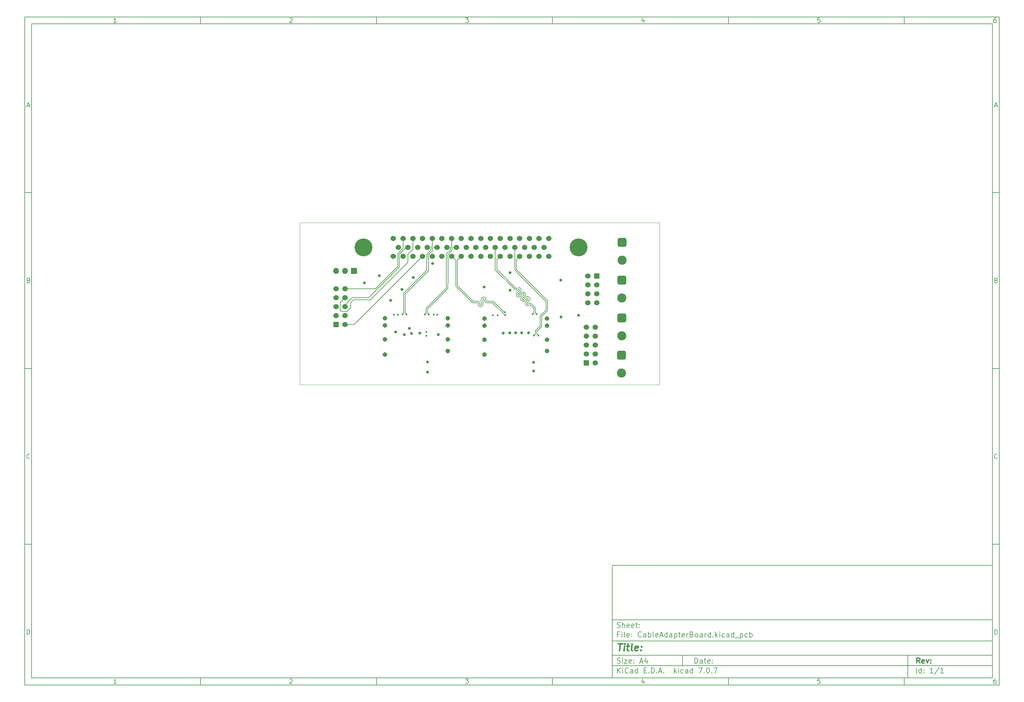
<source format=gbr>
%TF.GenerationSoftware,KiCad,Pcbnew,7.0.7*%
%TF.CreationDate,2023-10-12T14:51:16-07:00*%
%TF.ProjectId,CableAdapterBoard,4361626c-6541-4646-9170-746572426f61,rev?*%
%TF.SameCoordinates,Original*%
%TF.FileFunction,Copper,L2,Inr*%
%TF.FilePolarity,Positive*%
%FSLAX46Y46*%
G04 Gerber Fmt 4.6, Leading zero omitted, Abs format (unit mm)*
G04 Created by KiCad (PCBNEW 7.0.7) date 2023-10-12 14:51:16*
%MOMM*%
%LPD*%
G01*
G04 APERTURE LIST*
G04 Aperture macros list*
%AMRoundRect*
0 Rectangle with rounded corners*
0 $1 Rounding radius*
0 $2 $3 $4 $5 $6 $7 $8 $9 X,Y pos of 4 corners*
0 Add a 4 corners polygon primitive as box body*
4,1,4,$2,$3,$4,$5,$6,$7,$8,$9,$2,$3,0*
0 Add four circle primitives for the rounded corners*
1,1,$1+$1,$2,$3*
1,1,$1+$1,$4,$5*
1,1,$1+$1,$6,$7*
1,1,$1+$1,$8,$9*
0 Add four rect primitives between the rounded corners*
20,1,$1+$1,$2,$3,$4,$5,0*
20,1,$1+$1,$4,$5,$6,$7,0*
20,1,$1+$1,$6,$7,$8,$9,0*
20,1,$1+$1,$8,$9,$2,$3,0*%
G04 Aperture macros list end*
%ADD10C,0.100000*%
%ADD11C,0.150000*%
%ADD12C,0.300000*%
%ADD13C,0.400000*%
%TA.AperFunction,ComponentPad*%
%ADD14R,1.700000X1.700000*%
%TD*%
%TA.AperFunction,ComponentPad*%
%ADD15O,1.700000X1.700000*%
%TD*%
%TA.AperFunction,ComponentPad*%
%ADD16C,1.308000*%
%TD*%
%TA.AperFunction,ComponentPad*%
%ADD17R,1.530000X1.530000*%
%TD*%
%TA.AperFunction,ComponentPad*%
%ADD18C,1.530000*%
%TD*%
%TA.AperFunction,ComponentPad*%
%ADD19RoundRect,0.650000X-0.650000X0.650000X-0.650000X-0.650000X0.650000X-0.650000X0.650000X0.650000X0*%
%TD*%
%TA.AperFunction,ComponentPad*%
%ADD20C,2.600000*%
%TD*%
%TA.AperFunction,ComponentPad*%
%ADD21C,1.524000*%
%TD*%
%TA.AperFunction,ComponentPad*%
%ADD22C,5.080000*%
%TD*%
%TA.AperFunction,ViaPad*%
%ADD23C,0.800000*%
%TD*%
%TA.AperFunction,ViaPad*%
%ADD24C,0.520700*%
%TD*%
%TA.AperFunction,Conductor*%
%ADD25C,0.170942*%
%TD*%
%TA.AperFunction,Profile*%
%ADD26C,0.100000*%
%TD*%
G04 APERTURE END LIST*
D10*
D11*
X177002200Y-166007200D02*
X285002200Y-166007200D01*
X285002200Y-198007200D01*
X177002200Y-198007200D01*
X177002200Y-166007200D01*
D10*
D11*
X10000000Y-10000000D02*
X287002200Y-10000000D01*
X287002200Y-200007200D01*
X10000000Y-200007200D01*
X10000000Y-10000000D01*
D10*
D11*
X12000000Y-12000000D02*
X285002200Y-12000000D01*
X285002200Y-198007200D01*
X12000000Y-198007200D01*
X12000000Y-12000000D01*
D10*
D11*
X60000000Y-12000000D02*
X60000000Y-10000000D01*
D10*
D11*
X110000000Y-12000000D02*
X110000000Y-10000000D01*
D10*
D11*
X160000000Y-12000000D02*
X160000000Y-10000000D01*
D10*
D11*
X210000000Y-12000000D02*
X210000000Y-10000000D01*
D10*
D11*
X260000000Y-12000000D02*
X260000000Y-10000000D01*
D10*
D11*
X36089160Y-11593604D02*
X35346303Y-11593604D01*
X35717731Y-11593604D02*
X35717731Y-10293604D01*
X35717731Y-10293604D02*
X35593922Y-10479319D01*
X35593922Y-10479319D02*
X35470112Y-10603128D01*
X35470112Y-10603128D02*
X35346303Y-10665033D01*
D10*
D11*
X85346303Y-10417414D02*
X85408207Y-10355509D01*
X85408207Y-10355509D02*
X85532017Y-10293604D01*
X85532017Y-10293604D02*
X85841541Y-10293604D01*
X85841541Y-10293604D02*
X85965350Y-10355509D01*
X85965350Y-10355509D02*
X86027255Y-10417414D01*
X86027255Y-10417414D02*
X86089160Y-10541223D01*
X86089160Y-10541223D02*
X86089160Y-10665033D01*
X86089160Y-10665033D02*
X86027255Y-10850747D01*
X86027255Y-10850747D02*
X85284398Y-11593604D01*
X85284398Y-11593604D02*
X86089160Y-11593604D01*
D10*
D11*
X135284398Y-10293604D02*
X136089160Y-10293604D01*
X136089160Y-10293604D02*
X135655826Y-10788842D01*
X135655826Y-10788842D02*
X135841541Y-10788842D01*
X135841541Y-10788842D02*
X135965350Y-10850747D01*
X135965350Y-10850747D02*
X136027255Y-10912652D01*
X136027255Y-10912652D02*
X136089160Y-11036461D01*
X136089160Y-11036461D02*
X136089160Y-11345985D01*
X136089160Y-11345985D02*
X136027255Y-11469795D01*
X136027255Y-11469795D02*
X135965350Y-11531700D01*
X135965350Y-11531700D02*
X135841541Y-11593604D01*
X135841541Y-11593604D02*
X135470112Y-11593604D01*
X135470112Y-11593604D02*
X135346303Y-11531700D01*
X135346303Y-11531700D02*
X135284398Y-11469795D01*
D10*
D11*
X185965350Y-10726938D02*
X185965350Y-11593604D01*
X185655826Y-10231700D02*
X185346303Y-11160271D01*
X185346303Y-11160271D02*
X186151064Y-11160271D01*
D10*
D11*
X236027255Y-10293604D02*
X235408207Y-10293604D01*
X235408207Y-10293604D02*
X235346303Y-10912652D01*
X235346303Y-10912652D02*
X235408207Y-10850747D01*
X235408207Y-10850747D02*
X235532017Y-10788842D01*
X235532017Y-10788842D02*
X235841541Y-10788842D01*
X235841541Y-10788842D02*
X235965350Y-10850747D01*
X235965350Y-10850747D02*
X236027255Y-10912652D01*
X236027255Y-10912652D02*
X236089160Y-11036461D01*
X236089160Y-11036461D02*
X236089160Y-11345985D01*
X236089160Y-11345985D02*
X236027255Y-11469795D01*
X236027255Y-11469795D02*
X235965350Y-11531700D01*
X235965350Y-11531700D02*
X235841541Y-11593604D01*
X235841541Y-11593604D02*
X235532017Y-11593604D01*
X235532017Y-11593604D02*
X235408207Y-11531700D01*
X235408207Y-11531700D02*
X235346303Y-11469795D01*
D10*
D11*
X285965350Y-10293604D02*
X285717731Y-10293604D01*
X285717731Y-10293604D02*
X285593922Y-10355509D01*
X285593922Y-10355509D02*
X285532017Y-10417414D01*
X285532017Y-10417414D02*
X285408207Y-10603128D01*
X285408207Y-10603128D02*
X285346303Y-10850747D01*
X285346303Y-10850747D02*
X285346303Y-11345985D01*
X285346303Y-11345985D02*
X285408207Y-11469795D01*
X285408207Y-11469795D02*
X285470112Y-11531700D01*
X285470112Y-11531700D02*
X285593922Y-11593604D01*
X285593922Y-11593604D02*
X285841541Y-11593604D01*
X285841541Y-11593604D02*
X285965350Y-11531700D01*
X285965350Y-11531700D02*
X286027255Y-11469795D01*
X286027255Y-11469795D02*
X286089160Y-11345985D01*
X286089160Y-11345985D02*
X286089160Y-11036461D01*
X286089160Y-11036461D02*
X286027255Y-10912652D01*
X286027255Y-10912652D02*
X285965350Y-10850747D01*
X285965350Y-10850747D02*
X285841541Y-10788842D01*
X285841541Y-10788842D02*
X285593922Y-10788842D01*
X285593922Y-10788842D02*
X285470112Y-10850747D01*
X285470112Y-10850747D02*
X285408207Y-10912652D01*
X285408207Y-10912652D02*
X285346303Y-11036461D01*
D10*
D11*
X60000000Y-198007200D02*
X60000000Y-200007200D01*
D10*
D11*
X110000000Y-198007200D02*
X110000000Y-200007200D01*
D10*
D11*
X160000000Y-198007200D02*
X160000000Y-200007200D01*
D10*
D11*
X210000000Y-198007200D02*
X210000000Y-200007200D01*
D10*
D11*
X260000000Y-198007200D02*
X260000000Y-200007200D01*
D10*
D11*
X36089160Y-199600804D02*
X35346303Y-199600804D01*
X35717731Y-199600804D02*
X35717731Y-198300804D01*
X35717731Y-198300804D02*
X35593922Y-198486519D01*
X35593922Y-198486519D02*
X35470112Y-198610328D01*
X35470112Y-198610328D02*
X35346303Y-198672233D01*
D10*
D11*
X85346303Y-198424614D02*
X85408207Y-198362709D01*
X85408207Y-198362709D02*
X85532017Y-198300804D01*
X85532017Y-198300804D02*
X85841541Y-198300804D01*
X85841541Y-198300804D02*
X85965350Y-198362709D01*
X85965350Y-198362709D02*
X86027255Y-198424614D01*
X86027255Y-198424614D02*
X86089160Y-198548423D01*
X86089160Y-198548423D02*
X86089160Y-198672233D01*
X86089160Y-198672233D02*
X86027255Y-198857947D01*
X86027255Y-198857947D02*
X85284398Y-199600804D01*
X85284398Y-199600804D02*
X86089160Y-199600804D01*
D10*
D11*
X135284398Y-198300804D02*
X136089160Y-198300804D01*
X136089160Y-198300804D02*
X135655826Y-198796042D01*
X135655826Y-198796042D02*
X135841541Y-198796042D01*
X135841541Y-198796042D02*
X135965350Y-198857947D01*
X135965350Y-198857947D02*
X136027255Y-198919852D01*
X136027255Y-198919852D02*
X136089160Y-199043661D01*
X136089160Y-199043661D02*
X136089160Y-199353185D01*
X136089160Y-199353185D02*
X136027255Y-199476995D01*
X136027255Y-199476995D02*
X135965350Y-199538900D01*
X135965350Y-199538900D02*
X135841541Y-199600804D01*
X135841541Y-199600804D02*
X135470112Y-199600804D01*
X135470112Y-199600804D02*
X135346303Y-199538900D01*
X135346303Y-199538900D02*
X135284398Y-199476995D01*
D10*
D11*
X185965350Y-198734138D02*
X185965350Y-199600804D01*
X185655826Y-198238900D02*
X185346303Y-199167471D01*
X185346303Y-199167471D02*
X186151064Y-199167471D01*
D10*
D11*
X236027255Y-198300804D02*
X235408207Y-198300804D01*
X235408207Y-198300804D02*
X235346303Y-198919852D01*
X235346303Y-198919852D02*
X235408207Y-198857947D01*
X235408207Y-198857947D02*
X235532017Y-198796042D01*
X235532017Y-198796042D02*
X235841541Y-198796042D01*
X235841541Y-198796042D02*
X235965350Y-198857947D01*
X235965350Y-198857947D02*
X236027255Y-198919852D01*
X236027255Y-198919852D02*
X236089160Y-199043661D01*
X236089160Y-199043661D02*
X236089160Y-199353185D01*
X236089160Y-199353185D02*
X236027255Y-199476995D01*
X236027255Y-199476995D02*
X235965350Y-199538900D01*
X235965350Y-199538900D02*
X235841541Y-199600804D01*
X235841541Y-199600804D02*
X235532017Y-199600804D01*
X235532017Y-199600804D02*
X235408207Y-199538900D01*
X235408207Y-199538900D02*
X235346303Y-199476995D01*
D10*
D11*
X285965350Y-198300804D02*
X285717731Y-198300804D01*
X285717731Y-198300804D02*
X285593922Y-198362709D01*
X285593922Y-198362709D02*
X285532017Y-198424614D01*
X285532017Y-198424614D02*
X285408207Y-198610328D01*
X285408207Y-198610328D02*
X285346303Y-198857947D01*
X285346303Y-198857947D02*
X285346303Y-199353185D01*
X285346303Y-199353185D02*
X285408207Y-199476995D01*
X285408207Y-199476995D02*
X285470112Y-199538900D01*
X285470112Y-199538900D02*
X285593922Y-199600804D01*
X285593922Y-199600804D02*
X285841541Y-199600804D01*
X285841541Y-199600804D02*
X285965350Y-199538900D01*
X285965350Y-199538900D02*
X286027255Y-199476995D01*
X286027255Y-199476995D02*
X286089160Y-199353185D01*
X286089160Y-199353185D02*
X286089160Y-199043661D01*
X286089160Y-199043661D02*
X286027255Y-198919852D01*
X286027255Y-198919852D02*
X285965350Y-198857947D01*
X285965350Y-198857947D02*
X285841541Y-198796042D01*
X285841541Y-198796042D02*
X285593922Y-198796042D01*
X285593922Y-198796042D02*
X285470112Y-198857947D01*
X285470112Y-198857947D02*
X285408207Y-198919852D01*
X285408207Y-198919852D02*
X285346303Y-199043661D01*
D10*
D11*
X10000000Y-60000000D02*
X12000000Y-60000000D01*
D10*
D11*
X10000000Y-110000000D02*
X12000000Y-110000000D01*
D10*
D11*
X10000000Y-160000000D02*
X12000000Y-160000000D01*
D10*
D11*
X10690476Y-35222176D02*
X11309523Y-35222176D01*
X10566666Y-35593604D02*
X10999999Y-34293604D01*
X10999999Y-34293604D02*
X11433333Y-35593604D01*
D10*
D11*
X11092857Y-84912652D02*
X11278571Y-84974557D01*
X11278571Y-84974557D02*
X11340476Y-85036461D01*
X11340476Y-85036461D02*
X11402380Y-85160271D01*
X11402380Y-85160271D02*
X11402380Y-85345985D01*
X11402380Y-85345985D02*
X11340476Y-85469795D01*
X11340476Y-85469795D02*
X11278571Y-85531700D01*
X11278571Y-85531700D02*
X11154761Y-85593604D01*
X11154761Y-85593604D02*
X10659523Y-85593604D01*
X10659523Y-85593604D02*
X10659523Y-84293604D01*
X10659523Y-84293604D02*
X11092857Y-84293604D01*
X11092857Y-84293604D02*
X11216666Y-84355509D01*
X11216666Y-84355509D02*
X11278571Y-84417414D01*
X11278571Y-84417414D02*
X11340476Y-84541223D01*
X11340476Y-84541223D02*
X11340476Y-84665033D01*
X11340476Y-84665033D02*
X11278571Y-84788842D01*
X11278571Y-84788842D02*
X11216666Y-84850747D01*
X11216666Y-84850747D02*
X11092857Y-84912652D01*
X11092857Y-84912652D02*
X10659523Y-84912652D01*
D10*
D11*
X11402380Y-135469795D02*
X11340476Y-135531700D01*
X11340476Y-135531700D02*
X11154761Y-135593604D01*
X11154761Y-135593604D02*
X11030952Y-135593604D01*
X11030952Y-135593604D02*
X10845238Y-135531700D01*
X10845238Y-135531700D02*
X10721428Y-135407890D01*
X10721428Y-135407890D02*
X10659523Y-135284080D01*
X10659523Y-135284080D02*
X10597619Y-135036461D01*
X10597619Y-135036461D02*
X10597619Y-134850747D01*
X10597619Y-134850747D02*
X10659523Y-134603128D01*
X10659523Y-134603128D02*
X10721428Y-134479319D01*
X10721428Y-134479319D02*
X10845238Y-134355509D01*
X10845238Y-134355509D02*
X11030952Y-134293604D01*
X11030952Y-134293604D02*
X11154761Y-134293604D01*
X11154761Y-134293604D02*
X11340476Y-134355509D01*
X11340476Y-134355509D02*
X11402380Y-134417414D01*
D10*
D11*
X10659523Y-185593604D02*
X10659523Y-184293604D01*
X10659523Y-184293604D02*
X10969047Y-184293604D01*
X10969047Y-184293604D02*
X11154761Y-184355509D01*
X11154761Y-184355509D02*
X11278571Y-184479319D01*
X11278571Y-184479319D02*
X11340476Y-184603128D01*
X11340476Y-184603128D02*
X11402380Y-184850747D01*
X11402380Y-184850747D02*
X11402380Y-185036461D01*
X11402380Y-185036461D02*
X11340476Y-185284080D01*
X11340476Y-185284080D02*
X11278571Y-185407890D01*
X11278571Y-185407890D02*
X11154761Y-185531700D01*
X11154761Y-185531700D02*
X10969047Y-185593604D01*
X10969047Y-185593604D02*
X10659523Y-185593604D01*
D10*
D11*
X287002200Y-60000000D02*
X285002200Y-60000000D01*
D10*
D11*
X287002200Y-110000000D02*
X285002200Y-110000000D01*
D10*
D11*
X287002200Y-160000000D02*
X285002200Y-160000000D01*
D10*
D11*
X285692676Y-35222176D02*
X286311723Y-35222176D01*
X285568866Y-35593604D02*
X286002199Y-34293604D01*
X286002199Y-34293604D02*
X286435533Y-35593604D01*
D10*
D11*
X286095057Y-84912652D02*
X286280771Y-84974557D01*
X286280771Y-84974557D02*
X286342676Y-85036461D01*
X286342676Y-85036461D02*
X286404580Y-85160271D01*
X286404580Y-85160271D02*
X286404580Y-85345985D01*
X286404580Y-85345985D02*
X286342676Y-85469795D01*
X286342676Y-85469795D02*
X286280771Y-85531700D01*
X286280771Y-85531700D02*
X286156961Y-85593604D01*
X286156961Y-85593604D02*
X285661723Y-85593604D01*
X285661723Y-85593604D02*
X285661723Y-84293604D01*
X285661723Y-84293604D02*
X286095057Y-84293604D01*
X286095057Y-84293604D02*
X286218866Y-84355509D01*
X286218866Y-84355509D02*
X286280771Y-84417414D01*
X286280771Y-84417414D02*
X286342676Y-84541223D01*
X286342676Y-84541223D02*
X286342676Y-84665033D01*
X286342676Y-84665033D02*
X286280771Y-84788842D01*
X286280771Y-84788842D02*
X286218866Y-84850747D01*
X286218866Y-84850747D02*
X286095057Y-84912652D01*
X286095057Y-84912652D02*
X285661723Y-84912652D01*
D10*
D11*
X286404580Y-135469795D02*
X286342676Y-135531700D01*
X286342676Y-135531700D02*
X286156961Y-135593604D01*
X286156961Y-135593604D02*
X286033152Y-135593604D01*
X286033152Y-135593604D02*
X285847438Y-135531700D01*
X285847438Y-135531700D02*
X285723628Y-135407890D01*
X285723628Y-135407890D02*
X285661723Y-135284080D01*
X285661723Y-135284080D02*
X285599819Y-135036461D01*
X285599819Y-135036461D02*
X285599819Y-134850747D01*
X285599819Y-134850747D02*
X285661723Y-134603128D01*
X285661723Y-134603128D02*
X285723628Y-134479319D01*
X285723628Y-134479319D02*
X285847438Y-134355509D01*
X285847438Y-134355509D02*
X286033152Y-134293604D01*
X286033152Y-134293604D02*
X286156961Y-134293604D01*
X286156961Y-134293604D02*
X286342676Y-134355509D01*
X286342676Y-134355509D02*
X286404580Y-134417414D01*
D10*
D11*
X285661723Y-185593604D02*
X285661723Y-184293604D01*
X285661723Y-184293604D02*
X285971247Y-184293604D01*
X285971247Y-184293604D02*
X286156961Y-184355509D01*
X286156961Y-184355509D02*
X286280771Y-184479319D01*
X286280771Y-184479319D02*
X286342676Y-184603128D01*
X286342676Y-184603128D02*
X286404580Y-184850747D01*
X286404580Y-184850747D02*
X286404580Y-185036461D01*
X286404580Y-185036461D02*
X286342676Y-185284080D01*
X286342676Y-185284080D02*
X286280771Y-185407890D01*
X286280771Y-185407890D02*
X286156961Y-185531700D01*
X286156961Y-185531700D02*
X285971247Y-185593604D01*
X285971247Y-185593604D02*
X285661723Y-185593604D01*
D10*
D11*
X200458026Y-193793328D02*
X200458026Y-192293328D01*
X200458026Y-192293328D02*
X200815169Y-192293328D01*
X200815169Y-192293328D02*
X201029455Y-192364757D01*
X201029455Y-192364757D02*
X201172312Y-192507614D01*
X201172312Y-192507614D02*
X201243741Y-192650471D01*
X201243741Y-192650471D02*
X201315169Y-192936185D01*
X201315169Y-192936185D02*
X201315169Y-193150471D01*
X201315169Y-193150471D02*
X201243741Y-193436185D01*
X201243741Y-193436185D02*
X201172312Y-193579042D01*
X201172312Y-193579042D02*
X201029455Y-193721900D01*
X201029455Y-193721900D02*
X200815169Y-193793328D01*
X200815169Y-193793328D02*
X200458026Y-193793328D01*
X202600884Y-193793328D02*
X202600884Y-193007614D01*
X202600884Y-193007614D02*
X202529455Y-192864757D01*
X202529455Y-192864757D02*
X202386598Y-192793328D01*
X202386598Y-192793328D02*
X202100884Y-192793328D01*
X202100884Y-192793328D02*
X201958026Y-192864757D01*
X202600884Y-193721900D02*
X202458026Y-193793328D01*
X202458026Y-193793328D02*
X202100884Y-193793328D01*
X202100884Y-193793328D02*
X201958026Y-193721900D01*
X201958026Y-193721900D02*
X201886598Y-193579042D01*
X201886598Y-193579042D02*
X201886598Y-193436185D01*
X201886598Y-193436185D02*
X201958026Y-193293328D01*
X201958026Y-193293328D02*
X202100884Y-193221900D01*
X202100884Y-193221900D02*
X202458026Y-193221900D01*
X202458026Y-193221900D02*
X202600884Y-193150471D01*
X203100884Y-192793328D02*
X203672312Y-192793328D01*
X203315169Y-192293328D02*
X203315169Y-193579042D01*
X203315169Y-193579042D02*
X203386598Y-193721900D01*
X203386598Y-193721900D02*
X203529455Y-193793328D01*
X203529455Y-193793328D02*
X203672312Y-193793328D01*
X204743741Y-193721900D02*
X204600884Y-193793328D01*
X204600884Y-193793328D02*
X204315170Y-193793328D01*
X204315170Y-193793328D02*
X204172312Y-193721900D01*
X204172312Y-193721900D02*
X204100884Y-193579042D01*
X204100884Y-193579042D02*
X204100884Y-193007614D01*
X204100884Y-193007614D02*
X204172312Y-192864757D01*
X204172312Y-192864757D02*
X204315170Y-192793328D01*
X204315170Y-192793328D02*
X204600884Y-192793328D01*
X204600884Y-192793328D02*
X204743741Y-192864757D01*
X204743741Y-192864757D02*
X204815170Y-193007614D01*
X204815170Y-193007614D02*
X204815170Y-193150471D01*
X204815170Y-193150471D02*
X204100884Y-193293328D01*
X205458026Y-193650471D02*
X205529455Y-193721900D01*
X205529455Y-193721900D02*
X205458026Y-193793328D01*
X205458026Y-193793328D02*
X205386598Y-193721900D01*
X205386598Y-193721900D02*
X205458026Y-193650471D01*
X205458026Y-193650471D02*
X205458026Y-193793328D01*
X205458026Y-192864757D02*
X205529455Y-192936185D01*
X205529455Y-192936185D02*
X205458026Y-193007614D01*
X205458026Y-193007614D02*
X205386598Y-192936185D01*
X205386598Y-192936185D02*
X205458026Y-192864757D01*
X205458026Y-192864757D02*
X205458026Y-193007614D01*
D10*
D11*
X177002200Y-194507200D02*
X285002200Y-194507200D01*
D10*
D11*
X178458026Y-196593328D02*
X178458026Y-195093328D01*
X179315169Y-196593328D02*
X178672312Y-195736185D01*
X179315169Y-195093328D02*
X178458026Y-195950471D01*
X179958026Y-196593328D02*
X179958026Y-195593328D01*
X179958026Y-195093328D02*
X179886598Y-195164757D01*
X179886598Y-195164757D02*
X179958026Y-195236185D01*
X179958026Y-195236185D02*
X180029455Y-195164757D01*
X180029455Y-195164757D02*
X179958026Y-195093328D01*
X179958026Y-195093328D02*
X179958026Y-195236185D01*
X181529455Y-196450471D02*
X181458027Y-196521900D01*
X181458027Y-196521900D02*
X181243741Y-196593328D01*
X181243741Y-196593328D02*
X181100884Y-196593328D01*
X181100884Y-196593328D02*
X180886598Y-196521900D01*
X180886598Y-196521900D02*
X180743741Y-196379042D01*
X180743741Y-196379042D02*
X180672312Y-196236185D01*
X180672312Y-196236185D02*
X180600884Y-195950471D01*
X180600884Y-195950471D02*
X180600884Y-195736185D01*
X180600884Y-195736185D02*
X180672312Y-195450471D01*
X180672312Y-195450471D02*
X180743741Y-195307614D01*
X180743741Y-195307614D02*
X180886598Y-195164757D01*
X180886598Y-195164757D02*
X181100884Y-195093328D01*
X181100884Y-195093328D02*
X181243741Y-195093328D01*
X181243741Y-195093328D02*
X181458027Y-195164757D01*
X181458027Y-195164757D02*
X181529455Y-195236185D01*
X182815170Y-196593328D02*
X182815170Y-195807614D01*
X182815170Y-195807614D02*
X182743741Y-195664757D01*
X182743741Y-195664757D02*
X182600884Y-195593328D01*
X182600884Y-195593328D02*
X182315170Y-195593328D01*
X182315170Y-195593328D02*
X182172312Y-195664757D01*
X182815170Y-196521900D02*
X182672312Y-196593328D01*
X182672312Y-196593328D02*
X182315170Y-196593328D01*
X182315170Y-196593328D02*
X182172312Y-196521900D01*
X182172312Y-196521900D02*
X182100884Y-196379042D01*
X182100884Y-196379042D02*
X182100884Y-196236185D01*
X182100884Y-196236185D02*
X182172312Y-196093328D01*
X182172312Y-196093328D02*
X182315170Y-196021900D01*
X182315170Y-196021900D02*
X182672312Y-196021900D01*
X182672312Y-196021900D02*
X182815170Y-195950471D01*
X184172313Y-196593328D02*
X184172313Y-195093328D01*
X184172313Y-196521900D02*
X184029455Y-196593328D01*
X184029455Y-196593328D02*
X183743741Y-196593328D01*
X183743741Y-196593328D02*
X183600884Y-196521900D01*
X183600884Y-196521900D02*
X183529455Y-196450471D01*
X183529455Y-196450471D02*
X183458027Y-196307614D01*
X183458027Y-196307614D02*
X183458027Y-195879042D01*
X183458027Y-195879042D02*
X183529455Y-195736185D01*
X183529455Y-195736185D02*
X183600884Y-195664757D01*
X183600884Y-195664757D02*
X183743741Y-195593328D01*
X183743741Y-195593328D02*
X184029455Y-195593328D01*
X184029455Y-195593328D02*
X184172313Y-195664757D01*
X186029455Y-195807614D02*
X186529455Y-195807614D01*
X186743741Y-196593328D02*
X186029455Y-196593328D01*
X186029455Y-196593328D02*
X186029455Y-195093328D01*
X186029455Y-195093328D02*
X186743741Y-195093328D01*
X187386598Y-196450471D02*
X187458027Y-196521900D01*
X187458027Y-196521900D02*
X187386598Y-196593328D01*
X187386598Y-196593328D02*
X187315170Y-196521900D01*
X187315170Y-196521900D02*
X187386598Y-196450471D01*
X187386598Y-196450471D02*
X187386598Y-196593328D01*
X188100884Y-196593328D02*
X188100884Y-195093328D01*
X188100884Y-195093328D02*
X188458027Y-195093328D01*
X188458027Y-195093328D02*
X188672313Y-195164757D01*
X188672313Y-195164757D02*
X188815170Y-195307614D01*
X188815170Y-195307614D02*
X188886599Y-195450471D01*
X188886599Y-195450471D02*
X188958027Y-195736185D01*
X188958027Y-195736185D02*
X188958027Y-195950471D01*
X188958027Y-195950471D02*
X188886599Y-196236185D01*
X188886599Y-196236185D02*
X188815170Y-196379042D01*
X188815170Y-196379042D02*
X188672313Y-196521900D01*
X188672313Y-196521900D02*
X188458027Y-196593328D01*
X188458027Y-196593328D02*
X188100884Y-196593328D01*
X189600884Y-196450471D02*
X189672313Y-196521900D01*
X189672313Y-196521900D02*
X189600884Y-196593328D01*
X189600884Y-196593328D02*
X189529456Y-196521900D01*
X189529456Y-196521900D02*
X189600884Y-196450471D01*
X189600884Y-196450471D02*
X189600884Y-196593328D01*
X190243742Y-196164757D02*
X190958028Y-196164757D01*
X190100885Y-196593328D02*
X190600885Y-195093328D01*
X190600885Y-195093328D02*
X191100885Y-196593328D01*
X191600884Y-196450471D02*
X191672313Y-196521900D01*
X191672313Y-196521900D02*
X191600884Y-196593328D01*
X191600884Y-196593328D02*
X191529456Y-196521900D01*
X191529456Y-196521900D02*
X191600884Y-196450471D01*
X191600884Y-196450471D02*
X191600884Y-196593328D01*
X194600884Y-196593328D02*
X194600884Y-195093328D01*
X194743742Y-196021900D02*
X195172313Y-196593328D01*
X195172313Y-195593328D02*
X194600884Y-196164757D01*
X195815170Y-196593328D02*
X195815170Y-195593328D01*
X195815170Y-195093328D02*
X195743742Y-195164757D01*
X195743742Y-195164757D02*
X195815170Y-195236185D01*
X195815170Y-195236185D02*
X195886599Y-195164757D01*
X195886599Y-195164757D02*
X195815170Y-195093328D01*
X195815170Y-195093328D02*
X195815170Y-195236185D01*
X197172314Y-196521900D02*
X197029456Y-196593328D01*
X197029456Y-196593328D02*
X196743742Y-196593328D01*
X196743742Y-196593328D02*
X196600885Y-196521900D01*
X196600885Y-196521900D02*
X196529456Y-196450471D01*
X196529456Y-196450471D02*
X196458028Y-196307614D01*
X196458028Y-196307614D02*
X196458028Y-195879042D01*
X196458028Y-195879042D02*
X196529456Y-195736185D01*
X196529456Y-195736185D02*
X196600885Y-195664757D01*
X196600885Y-195664757D02*
X196743742Y-195593328D01*
X196743742Y-195593328D02*
X197029456Y-195593328D01*
X197029456Y-195593328D02*
X197172314Y-195664757D01*
X198458028Y-196593328D02*
X198458028Y-195807614D01*
X198458028Y-195807614D02*
X198386599Y-195664757D01*
X198386599Y-195664757D02*
X198243742Y-195593328D01*
X198243742Y-195593328D02*
X197958028Y-195593328D01*
X197958028Y-195593328D02*
X197815170Y-195664757D01*
X198458028Y-196521900D02*
X198315170Y-196593328D01*
X198315170Y-196593328D02*
X197958028Y-196593328D01*
X197958028Y-196593328D02*
X197815170Y-196521900D01*
X197815170Y-196521900D02*
X197743742Y-196379042D01*
X197743742Y-196379042D02*
X197743742Y-196236185D01*
X197743742Y-196236185D02*
X197815170Y-196093328D01*
X197815170Y-196093328D02*
X197958028Y-196021900D01*
X197958028Y-196021900D02*
X198315170Y-196021900D01*
X198315170Y-196021900D02*
X198458028Y-195950471D01*
X199815171Y-196593328D02*
X199815171Y-195093328D01*
X199815171Y-196521900D02*
X199672313Y-196593328D01*
X199672313Y-196593328D02*
X199386599Y-196593328D01*
X199386599Y-196593328D02*
X199243742Y-196521900D01*
X199243742Y-196521900D02*
X199172313Y-196450471D01*
X199172313Y-196450471D02*
X199100885Y-196307614D01*
X199100885Y-196307614D02*
X199100885Y-195879042D01*
X199100885Y-195879042D02*
X199172313Y-195736185D01*
X199172313Y-195736185D02*
X199243742Y-195664757D01*
X199243742Y-195664757D02*
X199386599Y-195593328D01*
X199386599Y-195593328D02*
X199672313Y-195593328D01*
X199672313Y-195593328D02*
X199815171Y-195664757D01*
X201529456Y-195093328D02*
X202529456Y-195093328D01*
X202529456Y-195093328D02*
X201886599Y-196593328D01*
X203100884Y-196450471D02*
X203172313Y-196521900D01*
X203172313Y-196521900D02*
X203100884Y-196593328D01*
X203100884Y-196593328D02*
X203029456Y-196521900D01*
X203029456Y-196521900D02*
X203100884Y-196450471D01*
X203100884Y-196450471D02*
X203100884Y-196593328D01*
X204100885Y-195093328D02*
X204243742Y-195093328D01*
X204243742Y-195093328D02*
X204386599Y-195164757D01*
X204386599Y-195164757D02*
X204458028Y-195236185D01*
X204458028Y-195236185D02*
X204529456Y-195379042D01*
X204529456Y-195379042D02*
X204600885Y-195664757D01*
X204600885Y-195664757D02*
X204600885Y-196021900D01*
X204600885Y-196021900D02*
X204529456Y-196307614D01*
X204529456Y-196307614D02*
X204458028Y-196450471D01*
X204458028Y-196450471D02*
X204386599Y-196521900D01*
X204386599Y-196521900D02*
X204243742Y-196593328D01*
X204243742Y-196593328D02*
X204100885Y-196593328D01*
X204100885Y-196593328D02*
X203958028Y-196521900D01*
X203958028Y-196521900D02*
X203886599Y-196450471D01*
X203886599Y-196450471D02*
X203815170Y-196307614D01*
X203815170Y-196307614D02*
X203743742Y-196021900D01*
X203743742Y-196021900D02*
X203743742Y-195664757D01*
X203743742Y-195664757D02*
X203815170Y-195379042D01*
X203815170Y-195379042D02*
X203886599Y-195236185D01*
X203886599Y-195236185D02*
X203958028Y-195164757D01*
X203958028Y-195164757D02*
X204100885Y-195093328D01*
X205243741Y-196450471D02*
X205315170Y-196521900D01*
X205315170Y-196521900D02*
X205243741Y-196593328D01*
X205243741Y-196593328D02*
X205172313Y-196521900D01*
X205172313Y-196521900D02*
X205243741Y-196450471D01*
X205243741Y-196450471D02*
X205243741Y-196593328D01*
X205815170Y-195093328D02*
X206815170Y-195093328D01*
X206815170Y-195093328D02*
X206172313Y-196593328D01*
D10*
D11*
X177002200Y-191507200D02*
X285002200Y-191507200D01*
D10*
D12*
X264413853Y-193785528D02*
X263913853Y-193071242D01*
X263556710Y-193785528D02*
X263556710Y-192285528D01*
X263556710Y-192285528D02*
X264128139Y-192285528D01*
X264128139Y-192285528D02*
X264270996Y-192356957D01*
X264270996Y-192356957D02*
X264342425Y-192428385D01*
X264342425Y-192428385D02*
X264413853Y-192571242D01*
X264413853Y-192571242D02*
X264413853Y-192785528D01*
X264413853Y-192785528D02*
X264342425Y-192928385D01*
X264342425Y-192928385D02*
X264270996Y-192999814D01*
X264270996Y-192999814D02*
X264128139Y-193071242D01*
X264128139Y-193071242D02*
X263556710Y-193071242D01*
X265628139Y-193714100D02*
X265485282Y-193785528D01*
X265485282Y-193785528D02*
X265199568Y-193785528D01*
X265199568Y-193785528D02*
X265056710Y-193714100D01*
X265056710Y-193714100D02*
X264985282Y-193571242D01*
X264985282Y-193571242D02*
X264985282Y-192999814D01*
X264985282Y-192999814D02*
X265056710Y-192856957D01*
X265056710Y-192856957D02*
X265199568Y-192785528D01*
X265199568Y-192785528D02*
X265485282Y-192785528D01*
X265485282Y-192785528D02*
X265628139Y-192856957D01*
X265628139Y-192856957D02*
X265699568Y-192999814D01*
X265699568Y-192999814D02*
X265699568Y-193142671D01*
X265699568Y-193142671D02*
X264985282Y-193285528D01*
X266199567Y-192785528D02*
X266556710Y-193785528D01*
X266556710Y-193785528D02*
X266913853Y-192785528D01*
X267485281Y-193642671D02*
X267556710Y-193714100D01*
X267556710Y-193714100D02*
X267485281Y-193785528D01*
X267485281Y-193785528D02*
X267413853Y-193714100D01*
X267413853Y-193714100D02*
X267485281Y-193642671D01*
X267485281Y-193642671D02*
X267485281Y-193785528D01*
X267485281Y-192856957D02*
X267556710Y-192928385D01*
X267556710Y-192928385D02*
X267485281Y-192999814D01*
X267485281Y-192999814D02*
X267413853Y-192928385D01*
X267413853Y-192928385D02*
X267485281Y-192856957D01*
X267485281Y-192856957D02*
X267485281Y-192999814D01*
D10*
D11*
X178386598Y-193721900D02*
X178600884Y-193793328D01*
X178600884Y-193793328D02*
X178958026Y-193793328D01*
X178958026Y-193793328D02*
X179100884Y-193721900D01*
X179100884Y-193721900D02*
X179172312Y-193650471D01*
X179172312Y-193650471D02*
X179243741Y-193507614D01*
X179243741Y-193507614D02*
X179243741Y-193364757D01*
X179243741Y-193364757D02*
X179172312Y-193221900D01*
X179172312Y-193221900D02*
X179100884Y-193150471D01*
X179100884Y-193150471D02*
X178958026Y-193079042D01*
X178958026Y-193079042D02*
X178672312Y-193007614D01*
X178672312Y-193007614D02*
X178529455Y-192936185D01*
X178529455Y-192936185D02*
X178458026Y-192864757D01*
X178458026Y-192864757D02*
X178386598Y-192721900D01*
X178386598Y-192721900D02*
X178386598Y-192579042D01*
X178386598Y-192579042D02*
X178458026Y-192436185D01*
X178458026Y-192436185D02*
X178529455Y-192364757D01*
X178529455Y-192364757D02*
X178672312Y-192293328D01*
X178672312Y-192293328D02*
X179029455Y-192293328D01*
X179029455Y-192293328D02*
X179243741Y-192364757D01*
X179886597Y-193793328D02*
X179886597Y-192793328D01*
X179886597Y-192293328D02*
X179815169Y-192364757D01*
X179815169Y-192364757D02*
X179886597Y-192436185D01*
X179886597Y-192436185D02*
X179958026Y-192364757D01*
X179958026Y-192364757D02*
X179886597Y-192293328D01*
X179886597Y-192293328D02*
X179886597Y-192436185D01*
X180458026Y-192793328D02*
X181243741Y-192793328D01*
X181243741Y-192793328D02*
X180458026Y-193793328D01*
X180458026Y-193793328D02*
X181243741Y-193793328D01*
X182386598Y-193721900D02*
X182243741Y-193793328D01*
X182243741Y-193793328D02*
X181958027Y-193793328D01*
X181958027Y-193793328D02*
X181815169Y-193721900D01*
X181815169Y-193721900D02*
X181743741Y-193579042D01*
X181743741Y-193579042D02*
X181743741Y-193007614D01*
X181743741Y-193007614D02*
X181815169Y-192864757D01*
X181815169Y-192864757D02*
X181958027Y-192793328D01*
X181958027Y-192793328D02*
X182243741Y-192793328D01*
X182243741Y-192793328D02*
X182386598Y-192864757D01*
X182386598Y-192864757D02*
X182458027Y-193007614D01*
X182458027Y-193007614D02*
X182458027Y-193150471D01*
X182458027Y-193150471D02*
X181743741Y-193293328D01*
X183100883Y-193650471D02*
X183172312Y-193721900D01*
X183172312Y-193721900D02*
X183100883Y-193793328D01*
X183100883Y-193793328D02*
X183029455Y-193721900D01*
X183029455Y-193721900D02*
X183100883Y-193650471D01*
X183100883Y-193650471D02*
X183100883Y-193793328D01*
X183100883Y-192864757D02*
X183172312Y-192936185D01*
X183172312Y-192936185D02*
X183100883Y-193007614D01*
X183100883Y-193007614D02*
X183029455Y-192936185D01*
X183029455Y-192936185D02*
X183100883Y-192864757D01*
X183100883Y-192864757D02*
X183100883Y-193007614D01*
X184886598Y-193364757D02*
X185600884Y-193364757D01*
X184743741Y-193793328D02*
X185243741Y-192293328D01*
X185243741Y-192293328D02*
X185743741Y-193793328D01*
X186886598Y-192793328D02*
X186886598Y-193793328D01*
X186529455Y-192221900D02*
X186172312Y-193293328D01*
X186172312Y-193293328D02*
X187100883Y-193293328D01*
D10*
D11*
X263458026Y-196593328D02*
X263458026Y-195093328D01*
X264815170Y-196593328D02*
X264815170Y-195093328D01*
X264815170Y-196521900D02*
X264672312Y-196593328D01*
X264672312Y-196593328D02*
X264386598Y-196593328D01*
X264386598Y-196593328D02*
X264243741Y-196521900D01*
X264243741Y-196521900D02*
X264172312Y-196450471D01*
X264172312Y-196450471D02*
X264100884Y-196307614D01*
X264100884Y-196307614D02*
X264100884Y-195879042D01*
X264100884Y-195879042D02*
X264172312Y-195736185D01*
X264172312Y-195736185D02*
X264243741Y-195664757D01*
X264243741Y-195664757D02*
X264386598Y-195593328D01*
X264386598Y-195593328D02*
X264672312Y-195593328D01*
X264672312Y-195593328D02*
X264815170Y-195664757D01*
X265529455Y-196450471D02*
X265600884Y-196521900D01*
X265600884Y-196521900D02*
X265529455Y-196593328D01*
X265529455Y-196593328D02*
X265458027Y-196521900D01*
X265458027Y-196521900D02*
X265529455Y-196450471D01*
X265529455Y-196450471D02*
X265529455Y-196593328D01*
X265529455Y-195664757D02*
X265600884Y-195736185D01*
X265600884Y-195736185D02*
X265529455Y-195807614D01*
X265529455Y-195807614D02*
X265458027Y-195736185D01*
X265458027Y-195736185D02*
X265529455Y-195664757D01*
X265529455Y-195664757D02*
X265529455Y-195807614D01*
X268172313Y-196593328D02*
X267315170Y-196593328D01*
X267743741Y-196593328D02*
X267743741Y-195093328D01*
X267743741Y-195093328D02*
X267600884Y-195307614D01*
X267600884Y-195307614D02*
X267458027Y-195450471D01*
X267458027Y-195450471D02*
X267315170Y-195521900D01*
X269886598Y-195021900D02*
X268600884Y-196950471D01*
X271172313Y-196593328D02*
X270315170Y-196593328D01*
X270743741Y-196593328D02*
X270743741Y-195093328D01*
X270743741Y-195093328D02*
X270600884Y-195307614D01*
X270600884Y-195307614D02*
X270458027Y-195450471D01*
X270458027Y-195450471D02*
X270315170Y-195521900D01*
D10*
D11*
X177002200Y-187507200D02*
X285002200Y-187507200D01*
D10*
D13*
X178693928Y-188211638D02*
X179836785Y-188211638D01*
X179015357Y-190211638D02*
X179265357Y-188211638D01*
X180253452Y-190211638D02*
X180420119Y-188878304D01*
X180503452Y-188211638D02*
X180396309Y-188306876D01*
X180396309Y-188306876D02*
X180479643Y-188402114D01*
X180479643Y-188402114D02*
X180586786Y-188306876D01*
X180586786Y-188306876D02*
X180503452Y-188211638D01*
X180503452Y-188211638D02*
X180479643Y-188402114D01*
X181086786Y-188878304D02*
X181848690Y-188878304D01*
X181455833Y-188211638D02*
X181241548Y-189925923D01*
X181241548Y-189925923D02*
X181312976Y-190116400D01*
X181312976Y-190116400D02*
X181491548Y-190211638D01*
X181491548Y-190211638D02*
X181682024Y-190211638D01*
X182634405Y-190211638D02*
X182455833Y-190116400D01*
X182455833Y-190116400D02*
X182384405Y-189925923D01*
X182384405Y-189925923D02*
X182598690Y-188211638D01*
X184170119Y-190116400D02*
X183967738Y-190211638D01*
X183967738Y-190211638D02*
X183586785Y-190211638D01*
X183586785Y-190211638D02*
X183408214Y-190116400D01*
X183408214Y-190116400D02*
X183336785Y-189925923D01*
X183336785Y-189925923D02*
X183432024Y-189164019D01*
X183432024Y-189164019D02*
X183551071Y-188973542D01*
X183551071Y-188973542D02*
X183753452Y-188878304D01*
X183753452Y-188878304D02*
X184134404Y-188878304D01*
X184134404Y-188878304D02*
X184312976Y-188973542D01*
X184312976Y-188973542D02*
X184384404Y-189164019D01*
X184384404Y-189164019D02*
X184360595Y-189354495D01*
X184360595Y-189354495D02*
X183384404Y-189544971D01*
X185134405Y-190021161D02*
X185217738Y-190116400D01*
X185217738Y-190116400D02*
X185110595Y-190211638D01*
X185110595Y-190211638D02*
X185027262Y-190116400D01*
X185027262Y-190116400D02*
X185134405Y-190021161D01*
X185134405Y-190021161D02*
X185110595Y-190211638D01*
X185265357Y-188973542D02*
X185348690Y-189068780D01*
X185348690Y-189068780D02*
X185241548Y-189164019D01*
X185241548Y-189164019D02*
X185158214Y-189068780D01*
X185158214Y-189068780D02*
X185265357Y-188973542D01*
X185265357Y-188973542D02*
X185241548Y-189164019D01*
D10*
D11*
X178958026Y-185607614D02*
X178458026Y-185607614D01*
X178458026Y-186393328D02*
X178458026Y-184893328D01*
X178458026Y-184893328D02*
X179172312Y-184893328D01*
X179743740Y-186393328D02*
X179743740Y-185393328D01*
X179743740Y-184893328D02*
X179672312Y-184964757D01*
X179672312Y-184964757D02*
X179743740Y-185036185D01*
X179743740Y-185036185D02*
X179815169Y-184964757D01*
X179815169Y-184964757D02*
X179743740Y-184893328D01*
X179743740Y-184893328D02*
X179743740Y-185036185D01*
X180672312Y-186393328D02*
X180529455Y-186321900D01*
X180529455Y-186321900D02*
X180458026Y-186179042D01*
X180458026Y-186179042D02*
X180458026Y-184893328D01*
X181815169Y-186321900D02*
X181672312Y-186393328D01*
X181672312Y-186393328D02*
X181386598Y-186393328D01*
X181386598Y-186393328D02*
X181243740Y-186321900D01*
X181243740Y-186321900D02*
X181172312Y-186179042D01*
X181172312Y-186179042D02*
X181172312Y-185607614D01*
X181172312Y-185607614D02*
X181243740Y-185464757D01*
X181243740Y-185464757D02*
X181386598Y-185393328D01*
X181386598Y-185393328D02*
X181672312Y-185393328D01*
X181672312Y-185393328D02*
X181815169Y-185464757D01*
X181815169Y-185464757D02*
X181886598Y-185607614D01*
X181886598Y-185607614D02*
X181886598Y-185750471D01*
X181886598Y-185750471D02*
X181172312Y-185893328D01*
X182529454Y-186250471D02*
X182600883Y-186321900D01*
X182600883Y-186321900D02*
X182529454Y-186393328D01*
X182529454Y-186393328D02*
X182458026Y-186321900D01*
X182458026Y-186321900D02*
X182529454Y-186250471D01*
X182529454Y-186250471D02*
X182529454Y-186393328D01*
X182529454Y-185464757D02*
X182600883Y-185536185D01*
X182600883Y-185536185D02*
X182529454Y-185607614D01*
X182529454Y-185607614D02*
X182458026Y-185536185D01*
X182458026Y-185536185D02*
X182529454Y-185464757D01*
X182529454Y-185464757D02*
X182529454Y-185607614D01*
X185243740Y-186250471D02*
X185172312Y-186321900D01*
X185172312Y-186321900D02*
X184958026Y-186393328D01*
X184958026Y-186393328D02*
X184815169Y-186393328D01*
X184815169Y-186393328D02*
X184600883Y-186321900D01*
X184600883Y-186321900D02*
X184458026Y-186179042D01*
X184458026Y-186179042D02*
X184386597Y-186036185D01*
X184386597Y-186036185D02*
X184315169Y-185750471D01*
X184315169Y-185750471D02*
X184315169Y-185536185D01*
X184315169Y-185536185D02*
X184386597Y-185250471D01*
X184386597Y-185250471D02*
X184458026Y-185107614D01*
X184458026Y-185107614D02*
X184600883Y-184964757D01*
X184600883Y-184964757D02*
X184815169Y-184893328D01*
X184815169Y-184893328D02*
X184958026Y-184893328D01*
X184958026Y-184893328D02*
X185172312Y-184964757D01*
X185172312Y-184964757D02*
X185243740Y-185036185D01*
X186529455Y-186393328D02*
X186529455Y-185607614D01*
X186529455Y-185607614D02*
X186458026Y-185464757D01*
X186458026Y-185464757D02*
X186315169Y-185393328D01*
X186315169Y-185393328D02*
X186029455Y-185393328D01*
X186029455Y-185393328D02*
X185886597Y-185464757D01*
X186529455Y-186321900D02*
X186386597Y-186393328D01*
X186386597Y-186393328D02*
X186029455Y-186393328D01*
X186029455Y-186393328D02*
X185886597Y-186321900D01*
X185886597Y-186321900D02*
X185815169Y-186179042D01*
X185815169Y-186179042D02*
X185815169Y-186036185D01*
X185815169Y-186036185D02*
X185886597Y-185893328D01*
X185886597Y-185893328D02*
X186029455Y-185821900D01*
X186029455Y-185821900D02*
X186386597Y-185821900D01*
X186386597Y-185821900D02*
X186529455Y-185750471D01*
X187243740Y-186393328D02*
X187243740Y-184893328D01*
X187243740Y-185464757D02*
X187386598Y-185393328D01*
X187386598Y-185393328D02*
X187672312Y-185393328D01*
X187672312Y-185393328D02*
X187815169Y-185464757D01*
X187815169Y-185464757D02*
X187886598Y-185536185D01*
X187886598Y-185536185D02*
X187958026Y-185679042D01*
X187958026Y-185679042D02*
X187958026Y-186107614D01*
X187958026Y-186107614D02*
X187886598Y-186250471D01*
X187886598Y-186250471D02*
X187815169Y-186321900D01*
X187815169Y-186321900D02*
X187672312Y-186393328D01*
X187672312Y-186393328D02*
X187386598Y-186393328D01*
X187386598Y-186393328D02*
X187243740Y-186321900D01*
X188815169Y-186393328D02*
X188672312Y-186321900D01*
X188672312Y-186321900D02*
X188600883Y-186179042D01*
X188600883Y-186179042D02*
X188600883Y-184893328D01*
X189958026Y-186321900D02*
X189815169Y-186393328D01*
X189815169Y-186393328D02*
X189529455Y-186393328D01*
X189529455Y-186393328D02*
X189386597Y-186321900D01*
X189386597Y-186321900D02*
X189315169Y-186179042D01*
X189315169Y-186179042D02*
X189315169Y-185607614D01*
X189315169Y-185607614D02*
X189386597Y-185464757D01*
X189386597Y-185464757D02*
X189529455Y-185393328D01*
X189529455Y-185393328D02*
X189815169Y-185393328D01*
X189815169Y-185393328D02*
X189958026Y-185464757D01*
X189958026Y-185464757D02*
X190029455Y-185607614D01*
X190029455Y-185607614D02*
X190029455Y-185750471D01*
X190029455Y-185750471D02*
X189315169Y-185893328D01*
X190600883Y-185964757D02*
X191315169Y-185964757D01*
X190458026Y-186393328D02*
X190958026Y-184893328D01*
X190958026Y-184893328D02*
X191458026Y-186393328D01*
X192600883Y-186393328D02*
X192600883Y-184893328D01*
X192600883Y-186321900D02*
X192458025Y-186393328D01*
X192458025Y-186393328D02*
X192172311Y-186393328D01*
X192172311Y-186393328D02*
X192029454Y-186321900D01*
X192029454Y-186321900D02*
X191958025Y-186250471D01*
X191958025Y-186250471D02*
X191886597Y-186107614D01*
X191886597Y-186107614D02*
X191886597Y-185679042D01*
X191886597Y-185679042D02*
X191958025Y-185536185D01*
X191958025Y-185536185D02*
X192029454Y-185464757D01*
X192029454Y-185464757D02*
X192172311Y-185393328D01*
X192172311Y-185393328D02*
X192458025Y-185393328D01*
X192458025Y-185393328D02*
X192600883Y-185464757D01*
X193958026Y-186393328D02*
X193958026Y-185607614D01*
X193958026Y-185607614D02*
X193886597Y-185464757D01*
X193886597Y-185464757D02*
X193743740Y-185393328D01*
X193743740Y-185393328D02*
X193458026Y-185393328D01*
X193458026Y-185393328D02*
X193315168Y-185464757D01*
X193958026Y-186321900D02*
X193815168Y-186393328D01*
X193815168Y-186393328D02*
X193458026Y-186393328D01*
X193458026Y-186393328D02*
X193315168Y-186321900D01*
X193315168Y-186321900D02*
X193243740Y-186179042D01*
X193243740Y-186179042D02*
X193243740Y-186036185D01*
X193243740Y-186036185D02*
X193315168Y-185893328D01*
X193315168Y-185893328D02*
X193458026Y-185821900D01*
X193458026Y-185821900D02*
X193815168Y-185821900D01*
X193815168Y-185821900D02*
X193958026Y-185750471D01*
X194672311Y-185393328D02*
X194672311Y-186893328D01*
X194672311Y-185464757D02*
X194815169Y-185393328D01*
X194815169Y-185393328D02*
X195100883Y-185393328D01*
X195100883Y-185393328D02*
X195243740Y-185464757D01*
X195243740Y-185464757D02*
X195315169Y-185536185D01*
X195315169Y-185536185D02*
X195386597Y-185679042D01*
X195386597Y-185679042D02*
X195386597Y-186107614D01*
X195386597Y-186107614D02*
X195315169Y-186250471D01*
X195315169Y-186250471D02*
X195243740Y-186321900D01*
X195243740Y-186321900D02*
X195100883Y-186393328D01*
X195100883Y-186393328D02*
X194815169Y-186393328D01*
X194815169Y-186393328D02*
X194672311Y-186321900D01*
X195815169Y-185393328D02*
X196386597Y-185393328D01*
X196029454Y-184893328D02*
X196029454Y-186179042D01*
X196029454Y-186179042D02*
X196100883Y-186321900D01*
X196100883Y-186321900D02*
X196243740Y-186393328D01*
X196243740Y-186393328D02*
X196386597Y-186393328D01*
X197458026Y-186321900D02*
X197315169Y-186393328D01*
X197315169Y-186393328D02*
X197029455Y-186393328D01*
X197029455Y-186393328D02*
X196886597Y-186321900D01*
X196886597Y-186321900D02*
X196815169Y-186179042D01*
X196815169Y-186179042D02*
X196815169Y-185607614D01*
X196815169Y-185607614D02*
X196886597Y-185464757D01*
X196886597Y-185464757D02*
X197029455Y-185393328D01*
X197029455Y-185393328D02*
X197315169Y-185393328D01*
X197315169Y-185393328D02*
X197458026Y-185464757D01*
X197458026Y-185464757D02*
X197529455Y-185607614D01*
X197529455Y-185607614D02*
X197529455Y-185750471D01*
X197529455Y-185750471D02*
X196815169Y-185893328D01*
X198172311Y-186393328D02*
X198172311Y-185393328D01*
X198172311Y-185679042D02*
X198243740Y-185536185D01*
X198243740Y-185536185D02*
X198315169Y-185464757D01*
X198315169Y-185464757D02*
X198458026Y-185393328D01*
X198458026Y-185393328D02*
X198600883Y-185393328D01*
X199600882Y-185607614D02*
X199815168Y-185679042D01*
X199815168Y-185679042D02*
X199886597Y-185750471D01*
X199886597Y-185750471D02*
X199958025Y-185893328D01*
X199958025Y-185893328D02*
X199958025Y-186107614D01*
X199958025Y-186107614D02*
X199886597Y-186250471D01*
X199886597Y-186250471D02*
X199815168Y-186321900D01*
X199815168Y-186321900D02*
X199672311Y-186393328D01*
X199672311Y-186393328D02*
X199100882Y-186393328D01*
X199100882Y-186393328D02*
X199100882Y-184893328D01*
X199100882Y-184893328D02*
X199600882Y-184893328D01*
X199600882Y-184893328D02*
X199743740Y-184964757D01*
X199743740Y-184964757D02*
X199815168Y-185036185D01*
X199815168Y-185036185D02*
X199886597Y-185179042D01*
X199886597Y-185179042D02*
X199886597Y-185321900D01*
X199886597Y-185321900D02*
X199815168Y-185464757D01*
X199815168Y-185464757D02*
X199743740Y-185536185D01*
X199743740Y-185536185D02*
X199600882Y-185607614D01*
X199600882Y-185607614D02*
X199100882Y-185607614D01*
X200815168Y-186393328D02*
X200672311Y-186321900D01*
X200672311Y-186321900D02*
X200600882Y-186250471D01*
X200600882Y-186250471D02*
X200529454Y-186107614D01*
X200529454Y-186107614D02*
X200529454Y-185679042D01*
X200529454Y-185679042D02*
X200600882Y-185536185D01*
X200600882Y-185536185D02*
X200672311Y-185464757D01*
X200672311Y-185464757D02*
X200815168Y-185393328D01*
X200815168Y-185393328D02*
X201029454Y-185393328D01*
X201029454Y-185393328D02*
X201172311Y-185464757D01*
X201172311Y-185464757D02*
X201243740Y-185536185D01*
X201243740Y-185536185D02*
X201315168Y-185679042D01*
X201315168Y-185679042D02*
X201315168Y-186107614D01*
X201315168Y-186107614D02*
X201243740Y-186250471D01*
X201243740Y-186250471D02*
X201172311Y-186321900D01*
X201172311Y-186321900D02*
X201029454Y-186393328D01*
X201029454Y-186393328D02*
X200815168Y-186393328D01*
X202600883Y-186393328D02*
X202600883Y-185607614D01*
X202600883Y-185607614D02*
X202529454Y-185464757D01*
X202529454Y-185464757D02*
X202386597Y-185393328D01*
X202386597Y-185393328D02*
X202100883Y-185393328D01*
X202100883Y-185393328D02*
X201958025Y-185464757D01*
X202600883Y-186321900D02*
X202458025Y-186393328D01*
X202458025Y-186393328D02*
X202100883Y-186393328D01*
X202100883Y-186393328D02*
X201958025Y-186321900D01*
X201958025Y-186321900D02*
X201886597Y-186179042D01*
X201886597Y-186179042D02*
X201886597Y-186036185D01*
X201886597Y-186036185D02*
X201958025Y-185893328D01*
X201958025Y-185893328D02*
X202100883Y-185821900D01*
X202100883Y-185821900D02*
X202458025Y-185821900D01*
X202458025Y-185821900D02*
X202600883Y-185750471D01*
X203315168Y-186393328D02*
X203315168Y-185393328D01*
X203315168Y-185679042D02*
X203386597Y-185536185D01*
X203386597Y-185536185D02*
X203458026Y-185464757D01*
X203458026Y-185464757D02*
X203600883Y-185393328D01*
X203600883Y-185393328D02*
X203743740Y-185393328D01*
X204886597Y-186393328D02*
X204886597Y-184893328D01*
X204886597Y-186321900D02*
X204743739Y-186393328D01*
X204743739Y-186393328D02*
X204458025Y-186393328D01*
X204458025Y-186393328D02*
X204315168Y-186321900D01*
X204315168Y-186321900D02*
X204243739Y-186250471D01*
X204243739Y-186250471D02*
X204172311Y-186107614D01*
X204172311Y-186107614D02*
X204172311Y-185679042D01*
X204172311Y-185679042D02*
X204243739Y-185536185D01*
X204243739Y-185536185D02*
X204315168Y-185464757D01*
X204315168Y-185464757D02*
X204458025Y-185393328D01*
X204458025Y-185393328D02*
X204743739Y-185393328D01*
X204743739Y-185393328D02*
X204886597Y-185464757D01*
X205600882Y-186250471D02*
X205672311Y-186321900D01*
X205672311Y-186321900D02*
X205600882Y-186393328D01*
X205600882Y-186393328D02*
X205529454Y-186321900D01*
X205529454Y-186321900D02*
X205600882Y-186250471D01*
X205600882Y-186250471D02*
X205600882Y-186393328D01*
X206315168Y-186393328D02*
X206315168Y-184893328D01*
X206458026Y-185821900D02*
X206886597Y-186393328D01*
X206886597Y-185393328D02*
X206315168Y-185964757D01*
X207529454Y-186393328D02*
X207529454Y-185393328D01*
X207529454Y-184893328D02*
X207458026Y-184964757D01*
X207458026Y-184964757D02*
X207529454Y-185036185D01*
X207529454Y-185036185D02*
X207600883Y-184964757D01*
X207600883Y-184964757D02*
X207529454Y-184893328D01*
X207529454Y-184893328D02*
X207529454Y-185036185D01*
X208886598Y-186321900D02*
X208743740Y-186393328D01*
X208743740Y-186393328D02*
X208458026Y-186393328D01*
X208458026Y-186393328D02*
X208315169Y-186321900D01*
X208315169Y-186321900D02*
X208243740Y-186250471D01*
X208243740Y-186250471D02*
X208172312Y-186107614D01*
X208172312Y-186107614D02*
X208172312Y-185679042D01*
X208172312Y-185679042D02*
X208243740Y-185536185D01*
X208243740Y-185536185D02*
X208315169Y-185464757D01*
X208315169Y-185464757D02*
X208458026Y-185393328D01*
X208458026Y-185393328D02*
X208743740Y-185393328D01*
X208743740Y-185393328D02*
X208886598Y-185464757D01*
X210172312Y-186393328D02*
X210172312Y-185607614D01*
X210172312Y-185607614D02*
X210100883Y-185464757D01*
X210100883Y-185464757D02*
X209958026Y-185393328D01*
X209958026Y-185393328D02*
X209672312Y-185393328D01*
X209672312Y-185393328D02*
X209529454Y-185464757D01*
X210172312Y-186321900D02*
X210029454Y-186393328D01*
X210029454Y-186393328D02*
X209672312Y-186393328D01*
X209672312Y-186393328D02*
X209529454Y-186321900D01*
X209529454Y-186321900D02*
X209458026Y-186179042D01*
X209458026Y-186179042D02*
X209458026Y-186036185D01*
X209458026Y-186036185D02*
X209529454Y-185893328D01*
X209529454Y-185893328D02*
X209672312Y-185821900D01*
X209672312Y-185821900D02*
X210029454Y-185821900D01*
X210029454Y-185821900D02*
X210172312Y-185750471D01*
X211529455Y-186393328D02*
X211529455Y-184893328D01*
X211529455Y-186321900D02*
X211386597Y-186393328D01*
X211386597Y-186393328D02*
X211100883Y-186393328D01*
X211100883Y-186393328D02*
X210958026Y-186321900D01*
X210958026Y-186321900D02*
X210886597Y-186250471D01*
X210886597Y-186250471D02*
X210815169Y-186107614D01*
X210815169Y-186107614D02*
X210815169Y-185679042D01*
X210815169Y-185679042D02*
X210886597Y-185536185D01*
X210886597Y-185536185D02*
X210958026Y-185464757D01*
X210958026Y-185464757D02*
X211100883Y-185393328D01*
X211100883Y-185393328D02*
X211386597Y-185393328D01*
X211386597Y-185393328D02*
X211529455Y-185464757D01*
X211886598Y-186536185D02*
X213029455Y-186536185D01*
X213386597Y-185393328D02*
X213386597Y-186893328D01*
X213386597Y-185464757D02*
X213529455Y-185393328D01*
X213529455Y-185393328D02*
X213815169Y-185393328D01*
X213815169Y-185393328D02*
X213958026Y-185464757D01*
X213958026Y-185464757D02*
X214029455Y-185536185D01*
X214029455Y-185536185D02*
X214100883Y-185679042D01*
X214100883Y-185679042D02*
X214100883Y-186107614D01*
X214100883Y-186107614D02*
X214029455Y-186250471D01*
X214029455Y-186250471D02*
X213958026Y-186321900D01*
X213958026Y-186321900D02*
X213815169Y-186393328D01*
X213815169Y-186393328D02*
X213529455Y-186393328D01*
X213529455Y-186393328D02*
X213386597Y-186321900D01*
X215386598Y-186321900D02*
X215243740Y-186393328D01*
X215243740Y-186393328D02*
X214958026Y-186393328D01*
X214958026Y-186393328D02*
X214815169Y-186321900D01*
X214815169Y-186321900D02*
X214743740Y-186250471D01*
X214743740Y-186250471D02*
X214672312Y-186107614D01*
X214672312Y-186107614D02*
X214672312Y-185679042D01*
X214672312Y-185679042D02*
X214743740Y-185536185D01*
X214743740Y-185536185D02*
X214815169Y-185464757D01*
X214815169Y-185464757D02*
X214958026Y-185393328D01*
X214958026Y-185393328D02*
X215243740Y-185393328D01*
X215243740Y-185393328D02*
X215386598Y-185464757D01*
X216029454Y-186393328D02*
X216029454Y-184893328D01*
X216029454Y-185464757D02*
X216172312Y-185393328D01*
X216172312Y-185393328D02*
X216458026Y-185393328D01*
X216458026Y-185393328D02*
X216600883Y-185464757D01*
X216600883Y-185464757D02*
X216672312Y-185536185D01*
X216672312Y-185536185D02*
X216743740Y-185679042D01*
X216743740Y-185679042D02*
X216743740Y-186107614D01*
X216743740Y-186107614D02*
X216672312Y-186250471D01*
X216672312Y-186250471D02*
X216600883Y-186321900D01*
X216600883Y-186321900D02*
X216458026Y-186393328D01*
X216458026Y-186393328D02*
X216172312Y-186393328D01*
X216172312Y-186393328D02*
X216029454Y-186321900D01*
D10*
D11*
X177002200Y-181507200D02*
X285002200Y-181507200D01*
D10*
D11*
X178386598Y-183621900D02*
X178600884Y-183693328D01*
X178600884Y-183693328D02*
X178958026Y-183693328D01*
X178958026Y-183693328D02*
X179100884Y-183621900D01*
X179100884Y-183621900D02*
X179172312Y-183550471D01*
X179172312Y-183550471D02*
X179243741Y-183407614D01*
X179243741Y-183407614D02*
X179243741Y-183264757D01*
X179243741Y-183264757D02*
X179172312Y-183121900D01*
X179172312Y-183121900D02*
X179100884Y-183050471D01*
X179100884Y-183050471D02*
X178958026Y-182979042D01*
X178958026Y-182979042D02*
X178672312Y-182907614D01*
X178672312Y-182907614D02*
X178529455Y-182836185D01*
X178529455Y-182836185D02*
X178458026Y-182764757D01*
X178458026Y-182764757D02*
X178386598Y-182621900D01*
X178386598Y-182621900D02*
X178386598Y-182479042D01*
X178386598Y-182479042D02*
X178458026Y-182336185D01*
X178458026Y-182336185D02*
X178529455Y-182264757D01*
X178529455Y-182264757D02*
X178672312Y-182193328D01*
X178672312Y-182193328D02*
X179029455Y-182193328D01*
X179029455Y-182193328D02*
X179243741Y-182264757D01*
X179886597Y-183693328D02*
X179886597Y-182193328D01*
X180529455Y-183693328D02*
X180529455Y-182907614D01*
X180529455Y-182907614D02*
X180458026Y-182764757D01*
X180458026Y-182764757D02*
X180315169Y-182693328D01*
X180315169Y-182693328D02*
X180100883Y-182693328D01*
X180100883Y-182693328D02*
X179958026Y-182764757D01*
X179958026Y-182764757D02*
X179886597Y-182836185D01*
X181815169Y-183621900D02*
X181672312Y-183693328D01*
X181672312Y-183693328D02*
X181386598Y-183693328D01*
X181386598Y-183693328D02*
X181243740Y-183621900D01*
X181243740Y-183621900D02*
X181172312Y-183479042D01*
X181172312Y-183479042D02*
X181172312Y-182907614D01*
X181172312Y-182907614D02*
X181243740Y-182764757D01*
X181243740Y-182764757D02*
X181386598Y-182693328D01*
X181386598Y-182693328D02*
X181672312Y-182693328D01*
X181672312Y-182693328D02*
X181815169Y-182764757D01*
X181815169Y-182764757D02*
X181886598Y-182907614D01*
X181886598Y-182907614D02*
X181886598Y-183050471D01*
X181886598Y-183050471D02*
X181172312Y-183193328D01*
X183100883Y-183621900D02*
X182958026Y-183693328D01*
X182958026Y-183693328D02*
X182672312Y-183693328D01*
X182672312Y-183693328D02*
X182529454Y-183621900D01*
X182529454Y-183621900D02*
X182458026Y-183479042D01*
X182458026Y-183479042D02*
X182458026Y-182907614D01*
X182458026Y-182907614D02*
X182529454Y-182764757D01*
X182529454Y-182764757D02*
X182672312Y-182693328D01*
X182672312Y-182693328D02*
X182958026Y-182693328D01*
X182958026Y-182693328D02*
X183100883Y-182764757D01*
X183100883Y-182764757D02*
X183172312Y-182907614D01*
X183172312Y-182907614D02*
X183172312Y-183050471D01*
X183172312Y-183050471D02*
X182458026Y-183193328D01*
X183600883Y-182693328D02*
X184172311Y-182693328D01*
X183815168Y-182193328D02*
X183815168Y-183479042D01*
X183815168Y-183479042D02*
X183886597Y-183621900D01*
X183886597Y-183621900D02*
X184029454Y-183693328D01*
X184029454Y-183693328D02*
X184172311Y-183693328D01*
X184672311Y-183550471D02*
X184743740Y-183621900D01*
X184743740Y-183621900D02*
X184672311Y-183693328D01*
X184672311Y-183693328D02*
X184600883Y-183621900D01*
X184600883Y-183621900D02*
X184672311Y-183550471D01*
X184672311Y-183550471D02*
X184672311Y-183693328D01*
X184672311Y-182764757D02*
X184743740Y-182836185D01*
X184743740Y-182836185D02*
X184672311Y-182907614D01*
X184672311Y-182907614D02*
X184600883Y-182836185D01*
X184600883Y-182836185D02*
X184672311Y-182764757D01*
X184672311Y-182764757D02*
X184672311Y-182907614D01*
D10*
D12*
D10*
D11*
D10*
D11*
D10*
D11*
D10*
D11*
D10*
D11*
X197002200Y-191507200D02*
X197002200Y-194507200D01*
D10*
D11*
X261002200Y-191507200D02*
X261002200Y-198007200D01*
D14*
%TO.N,DGND*%
%TO.C,JP1*%
X103610000Y-82200000D03*
D15*
%TO.N,/d-sub-shield*%
X101070000Y-82200000D03*
%TO.N,AGND*%
X98530000Y-82200000D03*
%TD*%
D16*
%TO.N,DGND*%
%TO.C,J31*%
X158425000Y-105040000D03*
X158425000Y-101800000D03*
X158425000Y-97800000D03*
X158425000Y-95770000D03*
X140625000Y-95770000D03*
X140625000Y-97800000D03*
X140625000Y-101800000D03*
X140625000Y-106040000D03*
%TD*%
D17*
%TO.N,AGND*%
%TO.C,J2*%
X169595000Y-108422500D03*
D18*
%TO.N,unconnected-(J2-Pad02)*%
X169595000Y-105882500D03*
%TO.N,unconnected-(J2-Pad03)*%
X169595000Y-103342500D03*
%TO.N,unconnected-(J2-Pad04)*%
X169595000Y-100802500D03*
%TO.N,AGND*%
X169595000Y-98262500D03*
%TO.N,unconnected-(J2-Pad06)*%
X172135000Y-108422500D03*
%TO.N,unconnected-(J2-Pad07)*%
X172135000Y-105882500D03*
%TO.N,unconnected-(J2-Pad08)*%
X172135000Y-103342500D03*
%TO.N,/VDD2_Sense*%
X172135000Y-100802500D03*
%TO.N,/VDD1_Sense*%
X172135000Y-98262500D03*
%TD*%
D19*
%TO.N,DGND*%
%TO.C,TP4*%
X179600000Y-106220000D03*
D20*
%TO.N,/VDD2_Sense*%
X179600000Y-111300000D03*
%TD*%
D17*
%TO.N,AGND*%
%TO.C,J3*%
X98495000Y-97497500D03*
D18*
X98495000Y-94957500D03*
X98495000Y-92417500D03*
X98495000Y-89877500D03*
X98495000Y-87337500D03*
%TO.N,/HS_Vdiff*%
X101035000Y-97497500D03*
%TO.N,unconnected-(J3-Pad07)*%
X101035000Y-94957500D03*
%TO.N,/ADC_MON_VIN_P*%
X101035000Y-92417500D03*
%TO.N,/ADC_MON_VCOM*%
X101035000Y-89877500D03*
%TO.N,/ADC_MON_VIN_N*%
X101035000Y-87337500D03*
%TD*%
D19*
%TO.N,AGND*%
%TO.C,TP2*%
X179720000Y-84890000D03*
D20*
%TO.N,/VDD1*%
X179720000Y-89970000D03*
%TD*%
D19*
%TO.N,DGND*%
%TO.C,TP3*%
X179770000Y-74100000D03*
D20*
%TO.N,/VDD2*%
X179770000Y-79180000D03*
%TD*%
D16*
%TO.N,DGND*%
%TO.C,J21*%
X130225000Y-104990000D03*
X130225000Y-101750000D03*
X130225000Y-97750000D03*
X130225000Y-95720000D03*
X112425000Y-95720000D03*
X112425000Y-97750000D03*
X112425000Y-101750000D03*
X112425000Y-105990000D03*
%TD*%
D17*
%TO.N,AGND*%
%TO.C,J1*%
X172595000Y-83665000D03*
D18*
X172595000Y-86205000D03*
X172595000Y-88745000D03*
X172595000Y-91285000D03*
%TO.N,/VDD2*%
X170055000Y-83665000D03*
X170055000Y-86205000D03*
%TO.N,/VDD1*%
X170055000Y-88745000D03*
X170055000Y-91285000D03*
%TD*%
D21*
%TO.N,DGND*%
%TO.C,DSUB1*%
X158938600Y-78086500D03*
%TO.N,/RD_CLK_P*%
X156195400Y-78086500D03*
%TO.N,DGND*%
X153426800Y-78086500D03*
%TO.N,/DATA_OUT_1_P*%
X150658200Y-78086500D03*
%TO.N,DGND*%
X147915000Y-78086500D03*
%TO.N,/DATA_OUT_0_P*%
X145146400Y-78086500D03*
%TO.N,DGND*%
X142377800Y-78086500D03*
%TO.N,/ASIC_SR0_P*%
X139634600Y-78086500D03*
%TO.N,DGND*%
X136866000Y-78086500D03*
%TO.N,/WORD_CLK_0_N*%
X134097400Y-78086500D03*
%TO.N,/WORD_CLK_0_P*%
X131354200Y-78086500D03*
%TO.N,DGND*%
X128585600Y-78086500D03*
%TO.N,AGND*%
X125817000Y-78086500D03*
%TO.N,/HS_Vdiff*%
X123073800Y-78086500D03*
%TO.N,/VDD1*%
X120305200Y-78086500D03*
X117536600Y-78086500D03*
%TO.N,AGND*%
X114793400Y-78086500D03*
%TO.N,/VDD2*%
X157567000Y-75546500D03*
%TO.N,/RD_CLK_N*%
X154798400Y-75546500D03*
%TO.N,DGND*%
X152055200Y-75546500D03*
%TO.N,/DATA_OUT_1_N*%
X149286600Y-75546500D03*
%TO.N,DGND*%
X146518000Y-75546500D03*
%TO.N,/DATA_OUT_0_N*%
X143749400Y-75546500D03*
%TO.N,/ASIC_GR*%
X141006200Y-75546500D03*
%TO.N,/ASIC_SR0_N*%
X138237600Y-75546500D03*
%TO.N,DGND*%
X135469000Y-75546500D03*
%TO.N,/SACI_CMD_P*%
X132725800Y-75546500D03*
%TO.N,DGND*%
X129957200Y-75546500D03*
%TO.N,/SACI_CLK_P*%
X127188600Y-75546500D03*
%TO.N,/ASIC_SACI_SEL*%
X124445400Y-75546500D03*
%TO.N,AGND*%
X121676800Y-75546500D03*
%TO.N,/ADC_MON_VIN_P*%
X118908200Y-75546500D03*
%TO.N,AGND*%
X116165000Y-75546500D03*
%TO.N,/VDD2*%
X158938600Y-73006500D03*
%TO.N,/ASIC_SampClkEn_P*%
X156195400Y-73006500D03*
%TO.N,/ASIC_SampClkEn_N*%
X153426800Y-73006500D03*
%TO.N,/VDD2_Sense*%
X150658200Y-73006500D03*
%TO.N,DGND*%
X147915000Y-73006500D03*
%TO.N,/SACI_RESP_P*%
X145146400Y-73006500D03*
%TO.N,/SACI_RESP_N*%
X142377800Y-73006500D03*
%TO.N,DGND*%
X139634600Y-73006500D03*
X136866000Y-73006500D03*
%TO.N,/ASIC_PULSE*%
X134097400Y-73006500D03*
%TO.N,/SACI_CMD_N*%
X131354200Y-73006500D03*
%TO.N,DGND*%
X128585600Y-73006500D03*
%TO.N,/SACI_CLK_N*%
X125817000Y-73006500D03*
%TO.N,AGND*%
X123073800Y-73006500D03*
%TO.N,/ADC_MON_VCOM*%
X120305200Y-73006500D03*
%TO.N,/ADC_MON_VIN_N*%
X117536600Y-73006500D03*
%TO.N,/VDD1_Sense*%
X114793400Y-73006500D03*
D22*
%TO.N,/d-sub-shield*%
X106309800Y-75546500D03*
X167422200Y-75546500D03*
%TD*%
D19*
%TO.N,AGND*%
%TO.C,TP1*%
X179670000Y-95630000D03*
D20*
%TO.N,/VDD1_Sense*%
X179670000Y-100710000D03*
%TD*%
D23*
%TO.N,DGND*%
X147920000Y-87730000D03*
X162420000Y-95360000D03*
X145980000Y-99900000D03*
X110800000Y-83560000D03*
X115460000Y-99620000D03*
X114000000Y-90600000D03*
X140580000Y-86820000D03*
X125910000Y-80150000D03*
X162330000Y-84880000D03*
X117200000Y-87460000D03*
X124520000Y-108170000D03*
X147920000Y-82770000D03*
X154610000Y-108190000D03*
X120390000Y-84110000D03*
X153170000Y-99890000D03*
X122320000Y-99900000D03*
X149560000Y-99890000D03*
X119350000Y-98620000D03*
X151260000Y-99890000D03*
X147840000Y-99890000D03*
D24*
%TO.N,/RD_CLK_P*%
X144370000Y-94817500D03*
%TO.N,/DATA_OUT_1_P*%
X155970000Y-100620000D03*
%TO.N,/DATA_OUT_0_P*%
X155510001Y-94499989D03*
%TO.N,/ASIC_SR0_P*%
X116065005Y-94654990D03*
%TO.N,/WORD_CLK_0_N*%
X146540000Y-93970000D03*
%TO.N,/WORD_CLK_0_P*%
X146570000Y-94880000D03*
D23*
%TO.N,AGND*%
X167390000Y-94890000D03*
X154600000Y-110660000D03*
X106540000Y-85610000D03*
X124450000Y-111020000D03*
D24*
%TO.N,/RD_CLK_N*%
X143070000Y-94827500D03*
%TO.N,/DATA_OUT_1_N*%
X154700000Y-100620000D03*
%TO.N,/DATA_OUT_0_N*%
X154359991Y-94499989D03*
D23*
%TO.N,/ASIC_GR*%
X119950000Y-100000000D03*
D24*
%TO.N,/ASIC_SR0_N*%
X114965007Y-94654990D03*
%TO.N,/SACI_CMD_P*%
X124850000Y-94630000D03*
%TO.N,/SACI_CLK_P*%
X118489990Y-94620000D03*
D23*
%TO.N,/ASIC_SACI_SEL*%
X127536378Y-100346378D03*
D24*
%TO.N,/ASIC_SampClkEn_P*%
X124150000Y-99570000D03*
%TO.N,/ASIC_SampClkEn_N*%
X124170000Y-100730000D03*
%TO.N,/SACI_RESP_P*%
X127250011Y-94647504D03*
%TO.N,/SACI_RESP_N*%
X126229998Y-94647504D03*
D23*
%TO.N,/ASIC_PULSE*%
X117850000Y-100320000D03*
D24*
%TO.N,/SACI_CMD_N*%
X123770000Y-94620000D03*
%TO.N,/SACI_CLK_N*%
X117400000Y-94620000D03*
%TD*%
D25*
%TO.N,/DATA_OUT_1_P*%
X155970000Y-100620000D02*
X155549300Y-100199300D01*
X150693200Y-82775000D02*
X149736601Y-81818401D01*
X156944300Y-95188766D02*
X158634300Y-93498766D01*
X155549300Y-99453766D02*
X156944300Y-98058766D01*
X156944300Y-98058766D02*
X156944300Y-95188766D01*
X158634300Y-93498766D02*
X158634300Y-90716100D01*
X149736601Y-79008099D02*
X150658200Y-78086500D01*
X149736601Y-81818401D02*
X149736601Y-79008099D01*
X158634300Y-90716100D02*
X150693200Y-82775000D01*
X155549300Y-100199300D02*
X155549300Y-99453766D01*
%TO.N,/DATA_OUT_0_P*%
X150158283Y-88886506D02*
X150400750Y-88644040D01*
X152219219Y-88522773D02*
X152077797Y-88381351D01*
X144206600Y-79026300D02*
X145146400Y-78086500D01*
X153128421Y-91533354D02*
X153128421Y-91533355D01*
X152522286Y-89634063D02*
X151714061Y-90442284D01*
X152663709Y-91391933D02*
X152825352Y-91230287D01*
X155163597Y-94153585D02*
X155163597Y-92760307D01*
X150016862Y-87128639D02*
X149855217Y-87290283D01*
X153128421Y-91533355D02*
X152966775Y-91694998D01*
X151552417Y-90442284D02*
X151410995Y-90300862D01*
X155510001Y-94499989D02*
X155163597Y-94153585D01*
X144206600Y-81803310D02*
X144206600Y-79026300D01*
X150966507Y-87270060D02*
X150966507Y-87270061D01*
X150299705Y-89189572D02*
X150158283Y-89048150D01*
X151269574Y-88381352D02*
X151269574Y-88381351D01*
X153471931Y-89775484D02*
X153471931Y-89775485D01*
X152522286Y-89634064D02*
X152522286Y-89634063D01*
X152219219Y-88522772D02*
X152219219Y-88522773D01*
X152825352Y-91230287D02*
X153471931Y-90583708D01*
X152805131Y-91694999D02*
X152663709Y-91553577D01*
X152805131Y-91694998D02*
X152805131Y-91694999D01*
X149693573Y-87290283D02*
X149693572Y-87290283D01*
X150400750Y-88644040D02*
X150966507Y-88078284D01*
X153471931Y-89775485D02*
X153330509Y-89634063D01*
X151269574Y-88381351D02*
X150461349Y-89189572D01*
X149693572Y-87290283D02*
X144206600Y-81803310D01*
X150016862Y-87128640D02*
X150016862Y-87128639D01*
X151653462Y-89896752D02*
X152219219Y-89330996D01*
X155163597Y-92760307D02*
X153936643Y-91533354D01*
X150966507Y-87270061D02*
X150825085Y-87128639D01*
X151410995Y-90139218D02*
X151653462Y-89896752D01*
X152219234Y-89331011D02*
G75*
G03*
X152219218Y-88522773I-404134J404111D01*
G01*
X150158256Y-88886479D02*
G75*
G03*
X150158284Y-89048149I80844J-80821D01*
G01*
X150299706Y-89189571D02*
G75*
G03*
X150461348Y-89189571I80821J80820D01*
G01*
X152663755Y-91391979D02*
G75*
G03*
X152663710Y-91553576I80745J-80821D01*
G01*
X150825110Y-87128614D02*
G75*
G03*
X150016863Y-87128641I-404110J-404186D01*
G01*
X153471934Y-90583711D02*
G75*
G03*
X153471930Y-89775485I-404134J404111D01*
G01*
X150966534Y-88078311D02*
G75*
G03*
X150966506Y-87270061I-404134J404111D01*
G01*
X152077811Y-88381337D02*
G75*
G03*
X151269574Y-88381352I-404111J-404163D01*
G01*
X151552418Y-90442283D02*
G75*
G03*
X151714060Y-90442283I80821J80820D01*
G01*
X153330511Y-89634061D02*
G75*
G03*
X152522286Y-89634064I-404111J-404139D01*
G01*
X153936643Y-91533354D02*
G75*
G03*
X153128421Y-91533354I-404111J-404115D01*
G01*
X149693574Y-87290282D02*
G75*
G03*
X149855216Y-87290282I80821J80820D01*
G01*
X151410956Y-90139179D02*
G75*
G03*
X151410996Y-90300861I80844J-80821D01*
G01*
X152805132Y-91694997D02*
G75*
G03*
X152966774Y-91694997I80821J80820D01*
G01*
%TO.N,/WORD_CLK_0_N*%
X133648325Y-87080126D02*
X132950800Y-86382601D01*
X139752700Y-90627100D02*
X139752700Y-91806161D01*
X143177979Y-90841400D02*
X141310000Y-90841400D01*
X139752700Y-90333851D02*
X139752700Y-90627100D01*
X139324100Y-91806161D02*
X139324100Y-91512900D01*
X146306579Y-93970000D02*
X143177979Y-90841400D01*
X141095700Y-90627100D02*
X141095700Y-90333851D01*
X146540000Y-93970000D02*
X146306579Y-93970000D01*
X133665769Y-87080126D02*
X133648325Y-87080126D01*
X132950800Y-86382601D02*
X132950801Y-79233099D01*
X132950801Y-79233099D02*
X134097400Y-78086500D01*
X138652600Y-90841400D02*
X137427043Y-90841400D01*
X137427043Y-90841400D02*
X133665769Y-87080126D01*
X139538400Y-92020500D02*
G75*
G03*
X139752700Y-91806161I0J214300D01*
G01*
X141095700Y-90627100D02*
G75*
G03*
X141310000Y-90841400I214300J0D01*
G01*
X141095749Y-90333851D02*
G75*
G03*
X140424200Y-89662351I-671549J-49D01*
G01*
X139324139Y-91806161D02*
G75*
G03*
X139538400Y-92020461I214261J-39D01*
G01*
X140424200Y-89662400D02*
G75*
G03*
X139752700Y-90333851I0J-671500D01*
G01*
X139324100Y-91512900D02*
G75*
G03*
X138652600Y-90841400I-671500J0D01*
G01*
%TO.N,/WORD_CLK_0_P*%
X140638500Y-90627100D02*
X140638500Y-90333851D01*
X140209900Y-90333851D02*
X140209900Y-90627100D01*
X138652600Y-91298600D02*
X137237663Y-91298600D01*
X138866900Y-91806161D02*
X138866900Y-91512900D01*
X137237663Y-91298600D02*
X133342479Y-87403416D01*
X146570000Y-94880000D02*
X142988600Y-91298600D01*
X133335217Y-87403416D02*
X132500800Y-86568999D01*
X133342479Y-87403416D02*
X133335217Y-87403416D01*
X140209900Y-90627100D02*
X140209900Y-91806161D01*
X132500800Y-86568999D02*
X132500799Y-79233099D01*
X132500799Y-79233099D02*
X131354200Y-78086500D01*
X142988600Y-91298600D02*
X141310000Y-91298600D01*
X140638549Y-90333851D02*
G75*
G03*
X140424200Y-90119551I-214349J-49D01*
G01*
X138866900Y-91512900D02*
G75*
G03*
X138652600Y-91298600I-214300J0D01*
G01*
X138866939Y-91806161D02*
G75*
G03*
X139538400Y-92477661I671461J-39D01*
G01*
X140638500Y-90627100D02*
G75*
G03*
X141310000Y-91298600I671500J0D01*
G01*
X139538400Y-92477700D02*
G75*
G03*
X140209900Y-91806161I0J671500D01*
G01*
X140424200Y-90119600D02*
G75*
G03*
X140209900Y-90333851I0J-214300D01*
G01*
%TO.N,/HS_Vdiff*%
X103662800Y-97497500D02*
X101035000Y-97497500D01*
X123073800Y-78086500D02*
X103662800Y-97497500D01*
%TO.N,/DATA_OUT_1_N*%
X155120700Y-100199300D02*
X155120700Y-99276234D01*
X150506800Y-83225000D02*
X149286600Y-82004800D01*
X154700000Y-100620000D02*
X155120700Y-100199300D01*
X158205700Y-93321234D02*
X158205700Y-90923900D01*
X155120700Y-99276234D02*
X156515700Y-97881234D01*
X158205700Y-90923900D02*
X150506800Y-83225000D01*
X156515700Y-97881234D02*
X156515700Y-95011234D01*
X156515700Y-95011234D02*
X158205700Y-93321234D01*
X149286600Y-82004800D02*
X149286600Y-75546500D01*
%TO.N,/DATA_OUT_0_N*%
X151229127Y-90765574D02*
X151229129Y-90765575D01*
X150643217Y-87593350D02*
X150501795Y-87451928D01*
X153148641Y-90098774D02*
X153007219Y-89957352D01*
X154706395Y-94153585D02*
X154706395Y-92949685D01*
X149976415Y-89512862D02*
X149976417Y-89512863D01*
X154359991Y-94499989D02*
X154706395Y-94153585D01*
X154706395Y-92949685D02*
X153613354Y-91856643D01*
X153451710Y-91856643D02*
X153451710Y-91856644D01*
X149834994Y-88563217D02*
X150643217Y-87754994D01*
X153451710Y-91856644D02*
X153290064Y-92018287D01*
X152340419Y-91068642D02*
X153148641Y-90260418D01*
X152603108Y-90199818D02*
X152037353Y-90765576D01*
X151087708Y-89815930D02*
X151087706Y-89815929D01*
X151229129Y-90765575D02*
X151087707Y-90624153D01*
X151895929Y-88846062D02*
X151754507Y-88704640D01*
X149976417Y-89512863D02*
X149834995Y-89371441D01*
X143749400Y-81992690D02*
X143749400Y-75546500D01*
X149370283Y-87613572D02*
X143749400Y-81992690D01*
X151592863Y-88704640D02*
X151350396Y-88947106D01*
X151350396Y-88947106D02*
X150784641Y-89512864D01*
X152481841Y-92018288D02*
X152481842Y-92018288D01*
X149834996Y-88563218D02*
X149834994Y-88563217D01*
X150340151Y-87451928D02*
X150178506Y-87613572D01*
X149370283Y-87613573D02*
X149370283Y-87613572D01*
X152845575Y-89957352D02*
X152603108Y-90199818D01*
X152481842Y-92018288D02*
X152340420Y-91876866D01*
X151087706Y-89815929D02*
X151895929Y-89007706D01*
X152340421Y-91068643D02*
X152340419Y-91068642D01*
X153007218Y-89957353D02*
G75*
G03*
X152845576Y-89957353I-80821J-80820D01*
G01*
X149370289Y-87613567D02*
G75*
G03*
X150178506Y-87613572I404111J404067D01*
G01*
X152481889Y-92018240D02*
G75*
G03*
X153290064Y-92018287I404111J404040D01*
G01*
X151754506Y-88704641D02*
G75*
G03*
X151592864Y-88704641I-80821J-80820D01*
G01*
X153148644Y-90260421D02*
G75*
G03*
X153148640Y-90098775I-80844J80821D01*
G01*
X151087666Y-89815888D02*
G75*
G03*
X151087707Y-90624153I404134J-404112D01*
G01*
X150501794Y-87451929D02*
G75*
G03*
X150340152Y-87451929I-80821J-80820D01*
G01*
X149834966Y-88563188D02*
G75*
G03*
X149834995Y-89371441I404134J-404112D01*
G01*
X151895944Y-89007721D02*
G75*
G03*
X151895928Y-88846063I-80844J80821D01*
G01*
X149976387Y-89512890D02*
G75*
G03*
X150784640Y-89512863I404113J404190D01*
G01*
X152340466Y-91068688D02*
G75*
G03*
X152340420Y-91876866I404034J-404112D01*
G01*
X151229086Y-90765615D02*
G75*
G03*
X152037353Y-90765576I404114J404115D01*
G01*
X150643244Y-87755021D02*
G75*
G03*
X150643216Y-87593351I-80844J80821D01*
G01*
X153613353Y-91856644D02*
G75*
G03*
X153451711Y-91856644I-80821J-80820D01*
G01*
%TO.N,/SACI_CMD_P*%
X130300000Y-78906252D02*
X130292689Y-78898941D01*
X130288464Y-87344826D02*
X130288464Y-85779736D01*
X130908583Y-77010689D02*
X130928807Y-77010689D01*
X131468702Y-75750197D02*
X131672399Y-75546500D01*
X130278389Y-78532117D02*
X130278389Y-77640883D01*
X124850000Y-94630000D02*
X124533601Y-94313601D01*
X130292689Y-78898941D02*
X130292689Y-78546417D01*
X130300000Y-85768200D02*
X130300000Y-78906252D01*
X124533601Y-93099689D02*
X130288464Y-87344826D01*
X131468702Y-76470794D02*
X131468702Y-75750197D01*
X130292689Y-78546417D02*
X130278389Y-78532117D01*
X130288464Y-85779736D02*
X130300000Y-85768200D01*
X131672399Y-75546500D02*
X132725800Y-75546500D01*
X130278389Y-77640883D02*
X130908583Y-77010689D01*
X130928807Y-77010689D02*
X131468702Y-76470794D01*
X124533601Y-94313601D02*
X124533601Y-93099689D01*
%TO.N,/SACI_CLK_P*%
X118173596Y-88809694D02*
X124729634Y-82253656D01*
X126135199Y-75546500D02*
X127188600Y-75546500D01*
X124729634Y-79339500D02*
X124741189Y-79327945D01*
X124729634Y-82253656D02*
X124729634Y-79339500D01*
X118489990Y-94620000D02*
X118173596Y-94303606D01*
X125371383Y-77010689D02*
X125391607Y-77010689D01*
X124741189Y-79327945D02*
X124741189Y-77640883D01*
X124741189Y-77640883D02*
X125371383Y-77010689D01*
X125956902Y-75724797D02*
X126135199Y-75546500D01*
X118173596Y-94303606D02*
X118173596Y-88809694D01*
X125391607Y-77010689D02*
X125956902Y-76445394D01*
X125956902Y-76445394D02*
X125956902Y-75724797D01*
%TO.N,/ADC_MON_VIN_P*%
X118908200Y-75546500D02*
X118423500Y-75546500D01*
X103050000Y-89850000D02*
X101035000Y-91865000D01*
X101035000Y-91865000D02*
X101035000Y-92417500D01*
X118423500Y-75546500D02*
X116460789Y-77509211D01*
X116460789Y-81157411D02*
X107768200Y-89850000D01*
X107768200Y-89850000D02*
X103050000Y-89850000D01*
X116460789Y-77509211D02*
X116460789Y-81157411D01*
%TO.N,/SACI_RESP_N*%
X142237898Y-73146402D02*
X142377800Y-73006500D01*
X142377800Y-73006500D02*
X142377800Y-73027800D01*
%TO.N,/SACI_CMD_N*%
X124076399Y-92910311D02*
X129831264Y-87155446D01*
X129850000Y-77453113D02*
X131018711Y-76284402D01*
X131018711Y-76284402D02*
X131018711Y-76006417D01*
X129850000Y-85581800D02*
X129850000Y-77453113D01*
X131354200Y-75228301D02*
X131354200Y-73006500D01*
X124076399Y-94313601D02*
X124076399Y-92910311D01*
X131033011Y-75549490D02*
X131354200Y-75228301D01*
X131018711Y-76006417D02*
X131033011Y-75992117D01*
X123770000Y-94620000D02*
X124076399Y-94313601D01*
X129831264Y-85600536D02*
X129850000Y-85581800D01*
X131033011Y-75992117D02*
X131033011Y-75549490D01*
X129831264Y-87155446D02*
X129831264Y-85600536D01*
%TO.N,/SACI_CLK_N*%
X124305498Y-77460415D02*
X125506911Y-76259002D01*
X117716394Y-94303606D02*
X117716394Y-88620316D01*
X125506911Y-76259002D02*
X125506911Y-76006417D01*
X125521211Y-75992117D02*
X125521211Y-75524090D01*
X117400000Y-94620000D02*
X117716394Y-94303606D01*
X125521211Y-75524090D02*
X125817000Y-75228301D01*
X124272434Y-82064276D02*
X124272434Y-78745650D01*
X125817000Y-75228301D02*
X125817000Y-73006500D01*
X117716394Y-88620316D02*
X124272434Y-82064276D01*
X124305498Y-78712586D02*
X124305498Y-77460415D01*
X124272434Y-78745650D02*
X124305498Y-78712586D01*
X125506911Y-76006417D02*
X125521211Y-75992117D01*
%TO.N,/ADC_MON_VCOM*%
X102650000Y-91275000D02*
X102650000Y-92650000D01*
X120305200Y-73006500D02*
X120305200Y-76044800D01*
X102650000Y-92650000D02*
X101525000Y-93775000D01*
X99675000Y-93475000D02*
X99675000Y-91237500D01*
X108225000Y-90475000D02*
X103450000Y-90475000D01*
X118875000Y-79825000D02*
X108225000Y-90475000D01*
X99975000Y-93775000D02*
X99675000Y-93475000D01*
X101525000Y-93775000D02*
X99975000Y-93775000D01*
X118875000Y-77475000D02*
X118875000Y-79825000D01*
X120305200Y-76044800D02*
X118875000Y-77475000D01*
X103450000Y-90475000D02*
X102650000Y-91275000D01*
X99675000Y-91237500D02*
X101035000Y-89877500D01*
%TO.N,/ADC_MON_VIN_N*%
X117536600Y-75793400D02*
X116010000Y-77320000D01*
X117536600Y-73006500D02*
X117536600Y-75793400D01*
X116010000Y-80971800D02*
X109644300Y-87337500D01*
X109644300Y-87337500D02*
X101035000Y-87337500D01*
X116010000Y-77320000D02*
X116010000Y-80971800D01*
%TD*%
D26*
X190480000Y-68510000D02*
X190480000Y-114600000D01*
X190480000Y-114600000D02*
X88130000Y-114600000D01*
X88130000Y-114600000D02*
X88130000Y-68510000D01*
X88130000Y-68510000D02*
X162400000Y-68510000D01*
X162400000Y-68510000D02*
X190480000Y-68510000D01*
M02*

</source>
